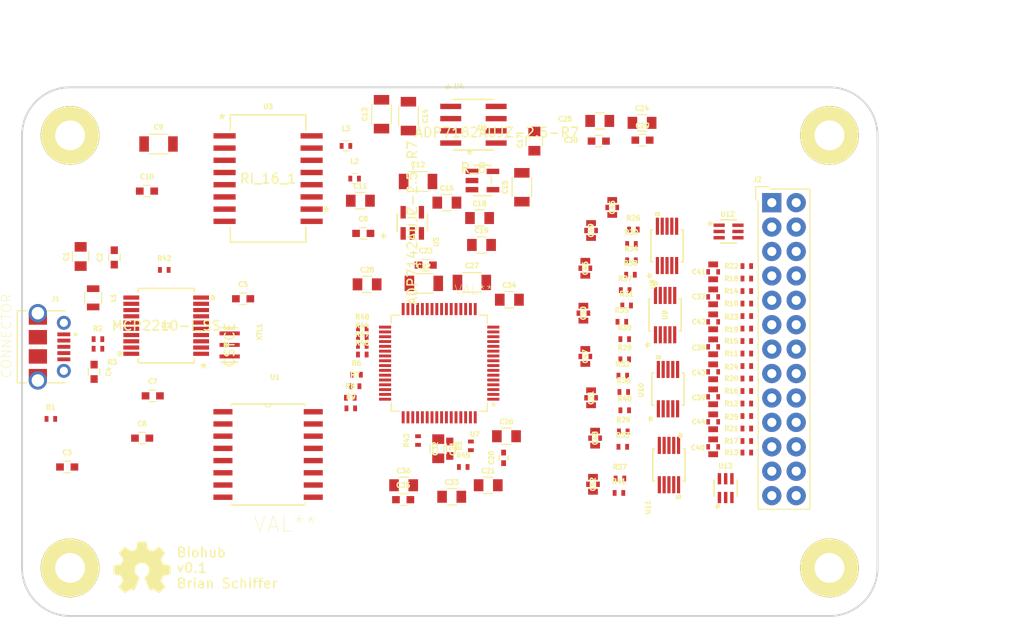
<source format=kicad_pcb>
(kicad_pcb (version 20171130) (host pcbnew "(5.0.1)-3")
  (layers (0 F.Cu signal) (1 In1.Cu signal) (2 In2.Cu power) (31 B.Cu power) (34 B.Paste user) (35 F.Paste user) (36 B.SilkS user) (37 F.SilkS user) (38 B.Mask user) (39 F.Mask user) (44 Edge.Cuts user))
  (net 0 "")
  (net 1 "Net-(J1-PadSH1)")
  (net 2 "Net-(J1-Pad4)")
  (net 3 "Net-(U2-Pad2)")
  (net 4 "Net-(C6-Pad1)")
  (net 5 GNDD)
  (net 6 GND)
  (net 7 "Net-(C11-Pad1)")
  (net 8 VBUS)
  (net 9 VCOM)
  (net 10 +3V3)
  (net 11 "Net-(U2-Pad6)")
  (net 12 "Net-(U2-Pad16)")
  (net 13 "Net-(R6-Pad2)")
  (net 14 "Net-(R7-Pad2)")
  (net 15 "Net-(R8-Pad2)")
  (net 16 -3V3)
  (net 17 "Net-(C14-Pad2)")
  (net 18 "Net-(C14-Pad1)")
  (net 19 "Net-(R2-Pad1)")
  (net 20 "Net-(R3-Pad1)")
  (net 21 -2V5)
  (net 22 +2V5)
  (net 23 /interface/1P)
  (net 24 /interface/2P)
  (net 25 /interface/3P)
  (net 26 /interface/4P)
  (net 27 /interface/5P)
  (net 28 /interface/6P)
  (net 29 /interface/7P)
  (net 30 /interface/8P)
  (net 31 /interface/1N)
  (net 32 /interface/2N)
  (net 33 /interface/3N)
  (net 34 /interface/4N)
  (net 35 /interface/5N)
  (net 36 /interface/6N)
  (net 37 /interface/7N)
  (net 38 /interface/8N)
  (net 39 "Net-(C3-Pad1)")
  (net 40 "Net-(C4-Pad1)")
  (net 41 /usb/USB_SPI_MOSI)
  (net 42 /usb/USB_SPI_MISO)
  (net 43 "Net-(U3-Pad1)")
  (net 44 "Net-(U3-Pad7)")
  (net 45 "Net-(U3-Pad10)")
  (net 46 "Net-(U3-Pad16)")
  (net 47 "Net-(U1-Pad10)")
  (net 48 "Net-(U1-Pad7)")
  (net 49 /AFE/SRB1)
  (net 50 /AFE/SRB2)
  (net 51 "Net-(C22-Pad2)")
  (net 52 "Net-(C34-Pad2)")
  (net 53 "Net-(C27-Pad2)")
  (net 54 "Net-(C28-Pad2)")
  (net 55 /AFE/MOSI)
  (net 56 "Net-(U7-Pad37)")
  (net 57 /AFE/MISO)
  (net 58 "Net-(R9-Pad2)")
  (net 59 "Net-(C31-Pad2)")
  (net 60 "Net-(C20-Pad2)")
  (net 61 "Net-(U7-Pad64)")
  (net 62 "Net-(U6-Pad4)")
  (net 63 "Net-(R41-Pad2)")
  (net 64 "Net-(R37-Pad2)")
  (net 65 "Net-(R33-Pad2)")
  (net 66 "Net-(R29-Pad2)")
  (net 67 "Net-(R40-Pad2)")
  (net 68 "Net-(R36-Pad2)")
  (net 69 "Net-(R32-Pad2)")
  (net 70 "Net-(R28-Pad2)")
  (net 71 "Net-(R39-Pad2)")
  (net 72 "Net-(R35-Pad2)")
  (net 73 "Net-(R31-Pad2)")
  (net 74 "Net-(R27-Pad2)")
  (net 75 "Net-(R38-Pad2)")
  (net 76 "Net-(R34-Pad2)")
  (net 77 "Net-(R30-Pad2)")
  (net 78 "Net-(R26-Pad2)")
  (net 79 "Net-(U13-Pad5)")
  (net 80 "Net-(U13-Pad6)")
  (net 81 "Net-(U12-Pad6)")
  (net 82 "Net-(U12-Pad5)")
  (net 83 "Net-(U12-Pad4)")
  (net 84 /AFE/BIAS)
  (net 85 "Net-(U2-Pad3)")
  (net 86 "Net-(R42-Pad1)")
  (net 87 "Net-(U2-Pad5)")
  (net 88 "Net-(U2-Pad7)")
  (net 89 "Net-(U2-Pad8)")
  (net 90 "Net-(U2-Pad10)")
  (net 91 "Net-(U2-Pad12)")
  (net 92 /usb/USB_SPI_DATA_READY)
  (net 93 "Net-(U2-Pad15)")
  (net 94 "Net-(C11-Pad2)")
  (net 95 /AFE/DRDY)
  (net 96 "Net-(R48-Pad2)")
  (net 97 "Net-(R44-Pad2)")
  (net 98 "Net-(R47-Pad2)")
  (net 99 "Net-(R46-Pad2)")
  (net 100 "Net-(R43-Pad2)")
  (net 101 "Net-(C20-Pad1)")
  (net 102 "Net-(C39-Pad1)")
  (net 103 "Net-(C39-Pad2)")
  (net 104 "Net-(C43-Pad1)")
  (net 105 "Net-(C43-Pad2)")
  (net 106 "Net-(C38-Pad1)")
  (net 107 "Net-(C38-Pad2)")
  (net 108 "Net-(C42-Pad1)")
  (net 109 "Net-(C42-Pad2)")
  (net 110 "Net-(C37-Pad1)")
  (net 111 "Net-(C37-Pad2)")
  (net 112 "Net-(C41-Pad1)")
  (net 113 "Net-(C41-Pad2)")
  (net 114 "Net-(C40-Pad1)")
  (net 115 "Net-(C40-Pad2)")
  (net 116 "Net-(C44-Pad1)")
  (net 117 "Net-(C44-Pad2)")
  (net 118 "Net-(C48-Pad3)")
  (module Capacitors_SMD:C_0603 (layer F.Cu) (at 164.5 70.6)
    (fp_text reference C30 (at -2.9 -0.1) (layer F.SilkS) (effects (font (size 0.5 0.5) (thickness 0.125))))
    (fp_text value 0.1u)
    (pad 2 smd rect (at 0.75 0) (size 0.8 0.75) (layers F.Cu F.Paste F.Mask) (net 6 GND))
    (pad 1 smd rect (at -0.75 0) (size 0.8 0.75) (layers F.Cu F.Paste F.Mask) (net 21 -2V5))
  )
  (module Inductors_SMD:L_0402 (layer F.Cu) (at 139.1 74.5)
    (fp_text reference L2 (at 0 -1.8) (layer F.SilkS) (effects (font (size 0.5 0.5) (thickness 0.125))))
    (fp_text value 2.2R/0.2A)
    (pad 1 smd rect (at -0.45 0) (size 0.4 0.6) (layers F.Cu F.Paste F.Mask) (net 7 "Net-(C11-Pad1)"))
    (pad 2 smd rect (at 0.45 0) (size 0.4 0.6) (layers F.Cu F.Paste F.Mask) (net 10 +3V3))
  )
  (module Inductors_SMD:L_0402 (layer F.Cu) (at 138.2 71.1)
    (fp_text reference L3 (at 0 -1.8) (layer F.SilkS) (effects (font (size 0.5 0.5) (thickness 0.125))))
    (fp_text value 2.2R/0.2A)
    (pad 1 smd rect (at -0.45 0) (size 0.4 0.6) (layers F.Cu F.Paste F.Mask) (net 94 "Net-(C11-Pad2)"))
    (pad 2 smd rect (at 0.45 0) (size 0.4 0.6) (layers F.Cu F.Paste F.Mask) (net 6 GND))
  )
  (module Inductors_SMD:L_0805 (layer F.Cu) (at 111.9 86.9 270)
    (fp_text reference L1 (at 0 -2.1 270) (layer F.SilkS) (effects (font (size 0.5 0.5) (thickness 0.125))))
    (fp_text value 600R/2A)
    (pad 1 smd rect (at -0.95 0 270) (size 0.7 1.3) (layers F.Cu F.Paste F.Mask) (net 8 VBUS))
    (pad 2 smd rect (at 0.95 0 270) (size 0.7 1.3) (layers F.Cu F.Paste F.Mask) (net 39 "Net-(C3-Pad1)"))
  )
  (module Capacitors_SMD:C_0402 (layer F.Cu) (at 154.6 103.55 90)
    (fp_text reference C20 (at 0 -1.27 90) (layer F.SilkS) (effects (font (size 0.5 0.5) (thickness 0.125))))
    (fp_text value 1n)
    (pad 1 smd rect (at -0.55 0 90) (size 0.6 0.5) (layers F.Cu F.Paste F.Mask) (net 101 "Net-(C20-Pad1)"))
    (pad 2 smd rect (at 0.55 0 90) (size 0.6 0.5) (layers F.Cu F.Paste F.Mask) (net 60 "Net-(C20-Pad2)"))
  )
  (module Capacitors_SMD:C_0603 (layer F.Cu) (at 118.1 97.1)
    (fp_text reference C7 (at 0 -1.5) (layer F.SilkS) (effects (font (size 0.5 0.5) (thickness 0.125))))
    (fp_text value 0.1u)
    (pad 2 smd rect (at 0.75 0) (size 0.8 0.75) (layers F.Cu F.Paste F.Mask) (net 5 GNDD))
    (pad 1 smd rect (at -0.75 0) (size 0.8 0.75) (layers F.Cu F.Paste F.Mask) (net 9 VCOM))
  )
  (module Capacitors_SMD:C_0603 (layer F.Cu) (at 146.5 83.5)
    (fp_text reference C23 (at 0 -1.5) (layer F.SilkS) (effects (font (size 0.5 0.5) (thickness 0.125))))
    (fp_text value 0.1u)
    (pad 2 smd rect (at 0.75 0) (size 0.8 0.75) (layers F.Cu F.Paste F.Mask) (net 51 "Net-(C22-Pad2)"))
    (pad 1 smd rect (at -0.75 0) (size 0.8 0.75) (layers F.Cu F.Paste F.Mask) (net 21 -2V5))
  )
  (module Capacitors_SMD:C_0603 (layer F.Cu) (at 169.05 70.5)
    (fp_text reference C29 (at 0 -1.5) (layer F.SilkS) (effects (font (size 0.5 0.5) (thickness 0.125))))
    (fp_text value 0.1u)
    (pad 2 smd rect (at 0.75 0) (size 0.8 0.75) (layers F.Cu F.Paste F.Mask) (net 22 +2V5))
    (pad 1 smd rect (at -0.75 0) (size 0.8 0.75) (layers F.Cu F.Paste F.Mask) (net 6 GND))
  )
  (module Capacitors_SMD:C_0603 (layer F.Cu) (at 149 102.6 90)
    (fp_text reference C32 (at 0 -1.5 90) (layer F.SilkS) (effects (font (size 0.5 0.5) (thickness 0.125))))
    (fp_text value 0.1u)
    (pad 2 smd rect (at 0.75 0 90) (size 0.8 0.75) (layers F.Cu F.Paste F.Mask) (net 59 "Net-(C31-Pad2)"))
    (pad 1 smd rect (at -0.75 0 90) (size 0.8 0.75) (layers F.Cu F.Paste F.Mask) (net 21 -2V5))
  )
  (module Capacitors_SMD:C_0603 (layer F.Cu) (at 144.15 107.9)
    (fp_text reference C35 (at 0 -1.5) (layer F.SilkS) (effects (font (size 0.5 0.5) (thickness 0.125))))
    (fp_text value 0.1u)
    (pad 2 smd rect (at 0.75 0) (size 0.8 0.75) (layers F.Cu F.Paste F.Mask) (net 10 +3V3))
    (pad 1 smd rect (at -0.75 0) (size 0.8 0.75) (layers F.Cu F.Paste F.Mask) (net 6 GND))
  )
  (module Capacitors_SMD:C_0603 (layer F.Cu) (at 140 80.2)
    (fp_text reference C8 (at 0 -1.5) (layer F.SilkS) (effects (font (size 0.5 0.5) (thickness 0.125))))
    (fp_text value 0.1u)
    (pad 2 smd rect (at 0.75 0) (size 0.8 0.75) (layers F.Cu F.Paste F.Mask) (net 6 GND))
    (pad 1 smd rect (at -0.75 0) (size 0.8 0.75) (layers F.Cu F.Paste F.Mask) (net 10 +3V3))
  )
  (module Capacitors_SMD:C_0603 (layer F.Cu) (at 117 101.5)
    (fp_text reference C6 (at 0 -1.5) (layer F.SilkS) (effects (font (size 0.5 0.5) (thickness 0.125))))
    (fp_text value 47p)
    (pad 2 smd rect (at 0.75 0) (size 0.8 0.75) (layers F.Cu F.Paste F.Mask) (net 5 GNDD))
    (pad 1 smd rect (at -0.75 0) (size 0.8 0.75) (layers F.Cu F.Paste F.Mask) (net 4 "Net-(C6-Pad1)"))
  )
  (module Capacitors_SMD:C_0603 (layer F.Cu) (at 127.5 87)
    (fp_text reference C5 (at 0 -1.5) (layer F.SilkS) (effects (font (size 0.5 0.5) (thickness 0.125))))
    (fp_text value 0.1u)
    (pad 2 smd rect (at 0.75 0) (size 0.8 0.75) (layers F.Cu F.Paste F.Mask) (net 5 GNDD))
    (pad 1 smd rect (at -0.75 0) (size 0.8 0.75) (layers F.Cu F.Paste F.Mask) (net 9 VCOM))
  )
  (module Capacitors_SMD:C_0603 (layer F.Cu) (at 112 94.6 270)
    (fp_text reference C4 (at 0 -1.5 270) (layer F.SilkS) (effects (font (size 0.5 0.5) (thickness 0.125))))
    (fp_text value 47p)
    (pad 2 smd rect (at 0.75 0 270) (size 0.8 0.75) (layers F.Cu F.Paste F.Mask) (net 5 GNDD))
    (pad 1 smd rect (at -0.75 0 270) (size 0.8 0.75) (layers F.Cu F.Paste F.Mask) (net 40 "Net-(C4-Pad1)"))
  )
  (module Capacitors_SMD:C_0603 (layer F.Cu) (at 109.2 104.5)
    (fp_text reference C3 (at 0 -1.5) (layer F.SilkS) (effects (font (size 0.5 0.5) (thickness 0.125))))
    (fp_text value 10nF)
    (pad 2 smd rect (at 0.75 0) (size 0.8 0.75) (layers F.Cu F.Paste F.Mask) (net 5 GNDD))
    (pad 1 smd rect (at -0.75 0) (size 0.8 0.75) (layers F.Cu F.Paste F.Mask) (net 39 "Net-(C3-Pad1)"))
  )
  (module Capacitors_SMD:C_0603 (layer F.Cu) (at 114.1 82.7 90)
    (fp_text reference C2 (at 0 -1.5 90) (layer F.SilkS) (effects (font (size 0.5 0.5) (thickness 0.125))))
    (fp_text value 0.1u)
    (pad 2 smd rect (at 0.75 0 90) (size 0.8 0.75) (layers F.Cu F.Paste F.Mask) (net 5 GNDD))
    (pad 1 smd rect (at -0.75 0 90) (size 0.8 0.75) (layers F.Cu F.Paste F.Mask) (net 8 VBUS))
  )
  (module Capacitors_SMD:C_0603 (layer F.Cu) (at 117.5 75.8)
    (fp_text reference C10 (at 0 -1.5) (layer F.SilkS) (effects (font (size 0.5 0.5) (thickness 0.125))))
    (fp_text value 0.1u)
    (pad 2 smd rect (at 0.75 0) (size 0.8 0.75) (layers F.Cu F.Paste F.Mask) (net 5 GNDD))
    (pad 1 smd rect (at -0.75 0) (size 0.8 0.75) (layers F.Cu F.Paste F.Mask) (net 8 VBUS))
  )
  (module Capacitors_SMD:C_0805 (layer F.Cu) (at 164.6 68.5)
    (fp_text reference C25 (at -3.6 -0.2) (layer F.SilkS) (effects (font (size 0.5 0.5) (thickness 0.125))))
    (fp_text value 1u)
    (pad 1 smd rect (at -1 0) (size 1 1.25) (layers F.Cu F.Paste F.Mask) (net 21 -2V5))
    (pad 2 smd rect (at 1 0) (size 1 1.25) (layers F.Cu F.Paste F.Mask) (net 6 GND))
  )
  (module Capacitors_SMD:C_0805 (layer F.Cu) (at 110.6 82.6 90)
    (fp_text reference C1 (at 0 -1.5 90) (layer F.SilkS) (effects (font (size 0.5 0.5) (thickness 0.125))))
    (fp_text value 4.7u)
    (pad 1 smd rect (at -1 0 90) (size 1 1.25) (layers F.Cu F.Paste F.Mask) (net 8 VBUS))
    (pad 2 smd rect (at 1 0 90) (size 1 1.25) (layers F.Cu F.Paste F.Mask) (net 5 GNDD))
  )
  (module Capacitors_SMD:C_0805 (layer F.Cu) (at 144.2 106.4)
    (fp_text reference C36 (at 0 -1.5) (layer F.SilkS) (effects (font (size 0.5 0.5) (thickness 0.125))))
    (fp_text value 1u)
    (pad 1 smd rect (at -1 0) (size 1 1.25) (layers F.Cu F.Paste F.Mask) (net 6 GND))
    (pad 2 smd rect (at 1 0) (size 1 1.25) (layers F.Cu F.Paste F.Mask) (net 10 +3V3))
  )
  (module Capacitors_SMD:C_0805 (layer F.Cu) (at 155.2 87.1)
    (fp_text reference C34 (at 0 -1.5) (layer F.SilkS) (effects (font (size 0.5 0.5) (thickness 0.125))))
    (fp_text value 1u)
    (pad 1 smd rect (at -1 0) (size 1 1.25) (layers F.Cu F.Paste F.Mask) (net 21 -2V5))
    (pad 2 smd rect (at 1 0) (size 1 1.25) (layers F.Cu F.Paste F.Mask) (net 52 "Net-(C34-Pad2)"))
  )
  (module Capacitors_SMD:C_0805 (layer F.Cu) (at 149.2 107.6)
    (fp_text reference C33 (at 0 -1.5) (layer F.SilkS) (effects (font (size 0.5 0.5) (thickness 0.125))))
    (fp_text value 1u)
    (pad 1 smd rect (at -1 0) (size 1 1.25) (layers F.Cu F.Paste F.Mask) (net 21 -2V5))
    (pad 2 smd rect (at 1 0) (size 1 1.25) (layers F.Cu F.Paste F.Mask) (net 22 +2V5))
  )
  (module Capacitors_SMD:C_0805 (layer F.Cu) (at 147.8 102.6 270)
    (fp_text reference C31 (at 0 -1.5 270) (layer F.SilkS) (effects (font (size 0.5 0.5) (thickness 0.125))))
    (fp_text value 1u)
    (pad 1 smd rect (at -1 0 270) (size 1 1.25) (layers F.Cu F.Paste F.Mask) (net 21 -2V5))
    (pad 2 smd rect (at 1 0 270) (size 1 1.25) (layers F.Cu F.Paste F.Mask) (net 59 "Net-(C31-Pad2)"))
  )
  (module Capacitors_SMD:C_0805 (layer F.Cu) (at 154.9 101.3)
    (fp_text reference C26 (at 0 -1.5) (layer F.SilkS) (effects (font (size 0.5 0.5) (thickness 0.125))))
    (fp_text value 1u)
    (pad 1 smd rect (at -1 0) (size 1 1.25) (layers F.Cu F.Paste F.Mask) (net 21 -2V5))
    (pad 2 smd rect (at 1 0) (size 1 1.25) (layers F.Cu F.Paste F.Mask) (net 22 +2V5))
  )
  (module Capacitors_SMD:C_0805 (layer F.Cu) (at 169 68.7)
    (fp_text reference C24 (at 0 -1.5) (layer F.SilkS) (effects (font (size 0.5 0.5) (thickness 0.125))))
    (fp_text value 1u)
    (pad 1 smd rect (at -1 0) (size 1 1.25) (layers F.Cu F.Paste F.Mask) (net 6 GND))
    (pad 2 smd rect (at 1 0) (size 1 1.25) (layers F.Cu F.Paste F.Mask) (net 22 +2V5))
  )
  (module Capacitors_SMD:C_0805 (layer F.Cu) (at 139.7 76.8)
    (fp_text reference C11 (at 0 -1.5) (layer F.SilkS) (effects (font (size 0.5 0.5) (thickness 0.125))))
    (fp_text value 0.22u)
    (pad 1 smd rect (at -1 0) (size 1 1.25) (layers F.Cu F.Paste F.Mask) (net 7 "Net-(C11-Pad1)"))
    (pad 2 smd rect (at 1 0) (size 1 1.25) (layers F.Cu F.Paste F.Mask) (net 94 "Net-(C11-Pad2)"))
  )
  (module Capacitors_SMD:C_0805 (layer F.Cu) (at 153 106.4)
    (fp_text reference C21 (at 0 -1.5) (layer F.SilkS) (effects (font (size 0.5 0.5) (thickness 0.125))))
    (fp_text value 1u)
    (pad 1 smd rect (at -1 0) (size 1 1.25) (layers F.Cu F.Paste F.Mask) (net 21 -2V5))
    (pad 2 smd rect (at 1 0) (size 1 1.25) (layers F.Cu F.Paste F.Mask) (net 22 +2V5))
  )
  (module Capacitors_SMD:C_0805 (layer F.Cu) (at 152.3 81.4)
    (fp_text reference C19 (at 0 -1.5) (layer F.SilkS) (effects (font (size 0.5 0.5) (thickness 0.125))))
    (fp_text value 2.2u)
    (pad 1 smd rect (at -1 0) (size 1 1.25) (layers F.Cu F.Paste F.Mask) (net 22 +2V5))
    (pad 2 smd rect (at 1 0) (size 1 1.25) (layers F.Cu F.Paste F.Mask) (net 6 GND))
  )
  (module Capacitors_SMD:C_0805 (layer F.Cu) (at 152.1 78.6)
    (fp_text reference C18 (at 0 -1.5) (layer F.SilkS) (effects (font (size 0.5 0.5) (thickness 0.125))))
    (fp_text value 2.2u)
    (pad 1 smd rect (at -1 0) (size 1 1.25) (layers F.Cu F.Paste F.Mask) (net 21 -2V5))
    (pad 2 smd rect (at 1 0) (size 1 1.25) (layers F.Cu F.Paste F.Mask) (net 6 GND))
  )
  (module Capacitors_SMD:C_0805 (layer F.Cu) (at 148.7 77)
    (fp_text reference C16 (at 0 -1.5) (layer F.SilkS) (effects (font (size 0.5 0.5) (thickness 0.125))))
    (fp_text value 2.2u)
    (pad 1 smd rect (at -1 0) (size 1 1.25) (layers F.Cu F.Paste F.Mask) (net 10 +3V3))
    (pad 2 smd rect (at 1 0) (size 1 1.25) (layers F.Cu F.Paste F.Mask) (net 6 GND))
  )
  (module Capacitors_SMD:C_0805 (layer F.Cu) (at 157.8 70.6 90)
    (fp_text reference C17 (at 0 -1.5 90) (layer F.SilkS) (effects (font (size 0.5 0.5) (thickness 0.125))))
    (fp_text value 2.2u)
    (pad 1 smd rect (at -1 0 90) (size 1 1.25) (layers F.Cu F.Paste F.Mask) (net 16 -3V3))
    (pad 2 smd rect (at 1 0 90) (size 1 1.25) (layers F.Cu F.Paste F.Mask) (net 6 GND))
  )
  (module Capacitors_SMD:C_0805 (layer F.Cu) (at 140.4 85.5)
    (fp_text reference C28 (at 0 -1.5) (layer F.SilkS) (effects (font (size 0.5 0.5) (thickness 0.125))))
    (fp_text value 1u)
    (pad 1 smd rect (at -1 0) (size 1 1.25) (layers F.Cu F.Paste F.Mask) (net 21 -2V5))
    (pad 2 smd rect (at 1 0) (size 1 1.25) (layers F.Cu F.Paste F.Mask) (net 54 "Net-(C28-Pad2)"))
  )
  (module Capacitors_SMD:C_1206 (layer F.Cu) (at 146.3 85.4)
    (fp_text reference C22 (at 0 -1.75) (layer F.SilkS) (effects (font (size 0.5 0.5) (thickness 0.125))))
    (fp_text value 10u)
    (pad 1 smd rect (at -1.5 0) (size 1 1.6) (layers F.Cu F.Paste F.Mask) (net 21 -2V5))
    (pad 2 smd rect (at 1.5 0) (size 1 1.6) (layers F.Cu F.Paste F.Mask) (net 51 "Net-(C22-Pad2)"))
  )
  (module Capacitors_SMD:C_1206 (layer F.Cu) (at 118.7 70.9)
    (fp_text reference C9 (at 0 -1.75) (layer F.SilkS) (effects (font (size 0.5 0.5) (thickness 0.125))))
    (fp_text value 10u)
    (pad 1 smd rect (at -1.5 0) (size 1 1.6) (layers F.Cu F.Paste F.Mask) (net 8 VBUS))
    (pad 2 smd rect (at 1.5 0) (size 1 1.6) (layers F.Cu F.Paste F.Mask) (net 5 GNDD))
  )
  (module Capacitors_SMD:C_1206 (layer F.Cu) (at 141.9 67.8 90)
    (fp_text reference C13 (at 0 -1.75 90) (layer F.SilkS) (effects (font (size 0.5 0.5) (thickness 0.125))))
    (fp_text value 10u)
    (pad 1 smd rect (at -1.5 0 90) (size 1 1.6) (layers F.Cu F.Paste F.Mask) (net 10 +3V3))
    (pad 2 smd rect (at 1.5 0 90) (size 1 1.6) (layers F.Cu F.Paste F.Mask) (net 6 GND))
  )
  (module Capacitors_SMD:C_1206 (layer F.Cu) (at 144.7 68 270)
    (fp_text reference C14 (at 0 -1.75 270) (layer F.SilkS) (effects (font (size 0.5 0.5) (thickness 0.125))))
    (fp_text value 10u)
    (pad 1 smd rect (at -1.5 0 270) (size 1 1.6) (layers F.Cu F.Paste F.Mask) (net 18 "Net-(C14-Pad1)"))
    (pad 2 smd rect (at 1.5 0 270) (size 1 1.6) (layers F.Cu F.Paste F.Mask) (net 17 "Net-(C14-Pad2)"))
  )
  (module Capacitors_SMD:C_1206 (layer F.Cu) (at 151.3 85.3)
    (fp_text reference C27 (at 0 -1.75) (layer F.SilkS) (effects (font (size 0.5 0.5) (thickness 0.125))))
    (fp_text value 100u)
    (pad 1 smd rect (at -1.5 0) (size 1 1.6) (layers F.Cu F.Paste F.Mask) (net 21 -2V5))
    (pad 2 smd rect (at 1.5 0) (size 1 1.6) (layers F.Cu F.Paste F.Mask) (net 53 "Net-(C27-Pad2)"))
  )
  (module Capacitors_SMD:C_1206 (layer F.Cu) (at 156.5 75.4 90)
    (fp_text reference C15 (at 0 -1.75 90) (layer F.SilkS) (effects (font (size 0.5 0.5) (thickness 0.125))))
    (fp_text value 10u)
    (pad 1 smd rect (at -1.5 0 90) (size 1 1.6) (layers F.Cu F.Paste F.Mask) (net 16 -3V3))
    (pad 2 smd rect (at 1.5 0 90) (size 1 1.6) (layers F.Cu F.Paste F.Mask) (net 6 GND))
  )
  (module Capacitors_SMD:C_1206 (layer F.Cu) (at 145.7 74.8)
    (fp_text reference C12 (at 0 -1.75) (layer F.SilkS) (effects (font (size 0.5 0.5) (thickness 0.125))))
    (fp_text value 10u)
    (pad 1 smd rect (at -1.5 0) (size 1 1.6) (layers F.Cu F.Paste F.Mask) (net 10 +3V3))
    (pad 2 smd rect (at 1.5 0) (size 1 1.6) (layers F.Cu F.Paste F.Mask) (net 6 GND))
  )
  (module Resistors_SMD:R_0402_NoSilk (layer F.Cu) (at 167.2 93.3)
    (fp_text reference R28 (at 0 -1.2) (layer F.SilkS) (effects (font (size 0.5 0.5) (thickness 0.125))))
    (fp_text value "10k 0.1%")
    (pad 1 smd rect (at -0.45 0) (size 0.4 0.6) (layers F.Cu F.Paste F.Mask) (net 27 /interface/5P))
    (pad 2 smd rect (at 0.45 0) (size 0.4 0.6) (layers F.Cu F.Paste F.Mask) (net 70 "Net-(R28-Pad2)"))
  )
  (module Resistors_SMD:R_0402_NoSilk (layer F.Cu) (at 179.9 87.5)
    (fp_text reference R10 (at -1.6 0) (layer F.SilkS) (effects (font (size 0.5 0.5) (thickness 0.125))))
    (fp_text value "4.02k 0.1%")
    (pad 1 smd rect (at -0.45 0) (size 0.4 0.6) (layers F.Cu F.Paste F.Mask) (net 110 "Net-(C37-Pad1)"))
    (pad 2 smd rect (at 0.45 0) (size 0.4 0.6) (layers F.Cu F.Paste F.Mask) (net 32 /interface/2N))
  )
  (module Resistors_SMD:R_0402_NoSilk (layer F.Cu) (at 138.7 98.4)
    (fp_text reference R9 (at 0 -1.2) (layer F.SilkS) (effects (font (size 0.5 0.5) (thickness 0.125))))
    (fp_text value 10k)
    (pad 1 smd rect (at -0.45 0) (size 0.4 0.6) (layers F.Cu F.Paste F.Mask) (net 6 GND))
    (pad 2 smd rect (at 0.45 0) (size 0.4 0.6) (layers F.Cu F.Paste F.Mask) (net 58 "Net-(R9-Pad2)"))
  )
  (module Resistors_SMD:R_0402_NoSilk (layer F.Cu) (at 138.65 97.3)
    (fp_text reference R8 (at 0 -1.2) (layer F.SilkS) (effects (font (size 0.5 0.5) (thickness 0.125))))
    (fp_text value 10k)
    (pad 1 smd rect (at -0.45 0) (size 0.4 0.6) (layers F.Cu F.Paste F.Mask) (net 6 GND))
    (pad 2 smd rect (at 0.45 0) (size 0.4 0.6) (layers F.Cu F.Paste F.Mask) (net 15 "Net-(R8-Pad2)"))
  )
  (module Resistors_SMD:R_0402_NoSilk (layer F.Cu) (at 139.3 94.9)
    (fp_text reference R6 (at 0 -1.2) (layer F.SilkS) (effects (font (size 0.5 0.5) (thickness 0.125))))
    (fp_text value 10k)
    (pad 1 smd rect (at -0.45 0) (size 0.4 0.6) (layers F.Cu F.Paste F.Mask) (net 6 GND))
    (pad 2 smd rect (at 0.45 0) (size 0.4 0.6) (layers F.Cu F.Paste F.Mask) (net 13 "Net-(R6-Pad2)"))
  )
  (module Resistors_SMD:R_0402_NoSilk (layer F.Cu) (at 151.2 102.3 90)
    (fp_text reference R5 (at 0 -1.2 90) (layer F.SilkS) (effects (font (size 0.5 0.5) (thickness 0.125))))
    (fp_text value 1M)
    (pad 1 smd rect (at -0.45 0 90) (size 0.4 0.6) (layers F.Cu F.Paste F.Mask) (net 101 "Net-(C20-Pad1)"))
    (pad 2 smd rect (at 0.45 0 90) (size 0.4 0.6) (layers F.Cu F.Paste F.Mask) (net 60 "Net-(C20-Pad2)"))
  )
  (module Resistors_SMD:R_0402_NoSilk (layer F.Cu) (at 112.4 91.2 180)
    (fp_text reference R2 (at 0 1.1 180) (layer F.SilkS) (effects (font (size 0.5 0.5) (thickness 0.125))))
    (fp_text value 27)
    (pad 1 smd rect (at -0.45 0 180) (size 0.4 0.6) (layers F.Cu F.Paste F.Mask) (net 19 "Net-(R2-Pad1)"))
    (pad 2 smd rect (at 0.45 0 180) (size 0.4 0.6) (layers F.Cu F.Paste F.Mask) (net 4 "Net-(C6-Pad1)"))
  )
  (module Resistors_SMD:R_0402_NoSilk (layer F.Cu) (at 107.5 99.5)
    (fp_text reference R1 (at 0 -1.2) (layer F.SilkS) (effects (font (size 0.5 0.5) (thickness 0.125))))
    (fp_text value 10k)
    (pad 1 smd rect (at -0.45 0) (size 0.4 0.6) (layers F.Cu F.Paste F.Mask) (net 1 "Net-(J1-PadSH1)"))
    (pad 2 smd rect (at 0.45 0) (size 0.4 0.6) (layers F.Cu F.Paste F.Mask) (net 5 GNDD))
  )
  (module Resistors_SMD:R_0402_NoSilk (layer F.Cu) (at 179.9 97.9)
    (fp_text reference R12 (at -1.6 0) (layer F.SilkS) (effects (font (size 0.5 0.5) (thickness 0.125))))
    (fp_text value "4.02k 0.1%")
    (pad 1 smd rect (at -0.45 0) (size 0.4 0.6) (layers F.Cu F.Paste F.Mask) (net 102 "Net-(C39-Pad1)"))
    (pad 2 smd rect (at 0.45 0) (size 0.4 0.6) (layers F.Cu F.Paste F.Mask) (net 36 /interface/6N))
  )
  (module Resistors_SMD:R_0402_NoSilk (layer F.Cu) (at 179.9 92.7)
    (fp_text reference R11 (at -1.6 0) (layer F.SilkS) (effects (font (size 0.5 0.5) (thickness 0.125))))
    (fp_text value "4.02k 0.1%")
    (pad 1 smd rect (at -0.45 0) (size 0.4 0.6) (layers F.Cu F.Paste F.Mask) (net 106 "Net-(C38-Pad1)"))
    (pad 2 smd rect (at 0.45 0) (size 0.4 0.6) (layers F.Cu F.Paste F.Mask) (net 34 /interface/4N))
  )
  (module Resistors_SMD:R_0402_NoSilk (layer F.Cu) (at 167.25 86.1)
    (fp_text reference R27 (at 0 -1.2) (layer F.SilkS) (effects (font (size 0.5 0.5) (thickness 0.125))))
    (fp_text value "10k 0.1%")
    (pad 1 smd rect (at -0.45 0) (size 0.4 0.6) (layers F.Cu F.Paste F.Mask) (net 25 /interface/3P))
    (pad 2 smd rect (at 0.45 0) (size 0.4 0.6) (layers F.Cu F.Paste F.Mask) (net 74 "Net-(R27-Pad2)"))
  )
  (module Resistors_SMD:R_0402_NoSilk (layer F.Cu) (at 167.05 100.8)
    (fp_text reference R29 (at 0 -1.2) (layer F.SilkS) (effects (font (size 0.5 0.5) (thickness 0.125))))
    (fp_text value "10k 0.1%")
    (pad 1 smd rect (at -0.45 0) (size 0.4 0.6) (layers F.Cu F.Paste F.Mask) (net 29 /interface/7P))
    (pad 2 smd rect (at 0.45 0) (size 0.4 0.6) (layers F.Cu F.Paste F.Mask) (net 66 "Net-(R29-Pad2)"))
  )
  (module Resistors_SMD:R_0402_NoSilk (layer F.Cu) (at 167.9 81.3)
    (fp_text reference R30 (at 0 -1.2) (layer F.SilkS) (effects (font (size 0.5 0.5) (thickness 0.125))))
    (fp_text value "10k 0.1%")
    (pad 1 smd rect (at -0.45 0) (size 0.4 0.6) (layers F.Cu F.Paste F.Mask) (net 31 /interface/1N))
    (pad 2 smd rect (at 0.45 0) (size 0.4 0.6) (layers F.Cu F.Paste F.Mask) (net 77 "Net-(R30-Pad2)"))
  )
  (module Resistors_SMD:R_0402_NoSilk (layer F.Cu) (at 167.4 87.7)
    (fp_text reference R31 (at 0 -1.2) (layer F.SilkS) (effects (font (size 0.5 0.5) (thickness 0.125))))
    (fp_text value "10k 0.1%")
    (pad 1 smd rect (at -0.45 0) (size 0.4 0.6) (layers F.Cu F.Paste F.Mask) (net 33 /interface/3N))
    (pad 2 smd rect (at 0.45 0) (size 0.4 0.6) (layers F.Cu F.Paste F.Mask) (net 73 "Net-(R31-Pad2)"))
  )
  (module Resistors_SMD:R_0402_NoSilk (layer F.Cu) (at 167 95)
    (fp_text reference R32 (at 0 -1.2) (layer F.SilkS) (effects (font (size 0.5 0.5) (thickness 0.125))))
    (fp_text value "10k 0.1%")
    (pad 1 smd rect (at -0.45 0) (size 0.4 0.6) (layers F.Cu F.Paste F.Mask) (net 35 /interface/5N))
    (pad 2 smd rect (at 0.45 0) (size 0.4 0.6) (layers F.Cu F.Paste F.Mask) (net 69 "Net-(R32-Pad2)"))
  )
  (module Resistors_SMD:R_0402_NoSilk (layer F.Cu) (at 167 102.4)
    (fp_text reference R33 (at 0 -1.2) (layer F.SilkS) (effects (font (size 0.5 0.5) (thickness 0.125))))
    (fp_text value "10k 0.1%")
    (pad 1 smd rect (at -0.45 0) (size 0.4 0.6) (layers F.Cu F.Paste F.Mask) (net 37 /interface/7N))
    (pad 2 smd rect (at 0.45 0) (size 0.4 0.6) (layers F.Cu F.Paste F.Mask) (net 65 "Net-(R33-Pad2)"))
  )
  (module Resistors_SMD:R_0402_NoSilk (layer F.Cu) (at 166.9 89.4)
    (fp_text reference R35 (at 0 -1.2) (layer F.SilkS) (effects (font (size 0.5 0.5) (thickness 0.125))))
    (fp_text value "10k 0.1%")
    (pad 1 smd rect (at -0.45 0) (size 0.4 0.6) (layers F.Cu F.Paste F.Mask) (net 26 /interface/4P))
    (pad 2 smd rect (at 0.45 0) (size 0.4 0.6) (layers F.Cu F.Paste F.Mask) (net 72 "Net-(R35-Pad2)"))
  )
  (module Resistors_SMD:R_0402_NoSilk (layer F.Cu) (at 167.1 96.7)
    (fp_text reference R36 (at 0 -1.2) (layer F.SilkS) (effects (font (size 0.5 0.5) (thickness 0.125))))
    (fp_text value "10k 0.1%")
    (pad 1 smd rect (at -0.45 0) (size 0.4 0.6) (layers F.Cu F.Paste F.Mask) (net 28 /interface/6P))
    (pad 2 smd rect (at 0.45 0) (size 0.4 0.6) (layers F.Cu F.Paste F.Mask) (net 68 "Net-(R36-Pad2)"))
  )
  (module Resistors_SMD:R_0402_NoSilk (layer F.Cu) (at 168.1 79.8)
    (fp_text reference R26 (at 0 -1.2) (layer F.SilkS) (effects (font (size 0.5 0.5) (thickness 0.125))))
    (fp_text value "10k 0.1%")
    (pad 1 smd rect (at -0.45 0) (size 0.4 0.6) (layers F.Cu F.Paste F.Mask) (net 23 /interface/1P))
    (pad 2 smd rect (at 0.45 0) (size 0.4 0.6) (layers F.Cu F.Paste F.Mask) (net 78 "Net-(R26-Pad2)"))
  )
  (module Resistors_SMD:R_0402_NoSilk (layer F.Cu) (at 167.8 84.5)
    (fp_text reference R38 (at 0 -1.2) (layer F.SilkS) (effects (font (size 0.5 0.5) (thickness 0.125))))
    (fp_text value "10k 0.1%")
    (pad 1 smd rect (at -0.45 0) (size 0.4 0.6) (layers F.Cu F.Paste F.Mask) (net 32 /interface/2N))
    (pad 2 smd rect (at 0.45 0) (size 0.4 0.6) (layers F.Cu F.Paste F.Mask) (net 75 "Net-(R38-Pad2)"))
  )
  (module Resistors_SMD:R_0402_NoSilk (layer F.Cu) (at 167.9 83)
    (fp_text reference R34 (at 0 -1.2) (layer F.SilkS) (effects (font (size 0.5 0.5) (thickness 0.125))))
    (fp_text value "10k 0.1%")
    (pad 1 smd rect (at -0.45 0) (size 0.4 0.6) (layers F.Cu F.Paste F.Mask) (net 24 /interface/2P))
    (pad 2 smd rect (at 0.45 0) (size 0.4 0.6) (layers F.Cu F.Paste F.Mask) (net 76 "Net-(R34-Pad2)"))
  )
  (module Resistors_SMD:R_0402_NoSilk (layer F.Cu) (at 167.2 91.2)
    (fp_text reference R39 (at 0 -1.2) (layer F.SilkS) (effects (font (size 0.5 0.5) (thickness 0.125))))
    (fp_text value "10k 0.1%")
    (pad 1 smd rect (at -0.45 0) (size 0.4 0.6) (layers F.Cu F.Paste F.Mask) (net 34 /interface/4N))
    (pad 2 smd rect (at 0.45 0) (size 0.4 0.6) (layers F.Cu F.Paste F.Mask) (net 71 "Net-(R39-Pad2)"))
  )
  (module Resistors_SMD:R_0402_NoSilk (layer F.Cu) (at 166.6 107.2)
    (fp_text reference R41 (at 0 -1.2) (layer F.SilkS) (effects (font (size 0.5 0.5) (thickness 0.125))))
    (fp_text value "10k 0.1%")
    (pad 1 smd rect (at -0.45 0) (size 0.4 0.6) (layers F.Cu F.Paste F.Mask) (net 38 /interface/8N))
    (pad 2 smd rect (at 0.45 0) (size 0.4 0.6) (layers F.Cu F.Paste F.Mask) (net 63 "Net-(R41-Pad2)"))
  )
  (module Resistors_SMD:R_0402_NoSilk (layer F.Cu) (at 139.15 96.1)
    (fp_text reference R7 (at 0 -1.2) (layer F.SilkS) (effects (font (size 0.5 0.5) (thickness 0.125))))
    (fp_text value 10k)
    (pad 1 smd rect (at -0.45 0) (size 0.4 0.6) (layers F.Cu F.Paste F.Mask) (net 6 GND))
    (pad 2 smd rect (at 0.45 0) (size 0.4 0.6) (layers F.Cu F.Paste F.Mask) (net 14 "Net-(R7-Pad2)"))
  )
  (module Resistors_SMD:R_0402_NoSilk (layer F.Cu) (at 179.9 99.2)
    (fp_text reference R25 (at -1.6 0.1) (layer F.SilkS) (effects (font (size 0.5 0.5) (thickness 0.125))))
    (fp_text value "4.02k 0.1%")
    (pad 1 smd rect (at -0.45 0) (size 0.4 0.6) (layers F.Cu F.Paste F.Mask) (net 117 "Net-(C44-Pad2)"))
    (pad 2 smd rect (at 0.45 0) (size 0.4 0.6) (layers F.Cu F.Paste F.Mask) (net 29 /interface/7P))
  )
  (module Resistors_SMD:R_0402_NoSilk (layer F.Cu) (at 119.3 84)
    (fp_text reference R42 (at 0 -1.2) (layer F.SilkS) (effects (font (size 0.5 0.5) (thickness 0.125))))
    (fp_text value 10k)
    (pad 1 smd rect (at -0.45 0) (size 0.4 0.6) (layers F.Cu F.Paste F.Mask) (net 86 "Net-(R42-Pad1)"))
    (pad 2 smd rect (at 0.45 0) (size 0.4 0.6) (layers F.Cu F.Paste F.Mask) (net 9 VCOM))
  )
  (module Resistors_SMD:R_0402_NoSilk (layer F.Cu) (at 145.7 101.75 90)
    (fp_text reference R43 (at 0 -1.2 90) (layer F.SilkS) (effects (font (size 0.5 0.5) (thickness 0.125))))
    (fp_text value 10k)
    (pad 1 smd rect (at -0.45 0 90) (size 0.4 0.6) (layers F.Cu F.Paste F.Mask) (net 10 +3V3))
    (pad 2 smd rect (at 0.45 0 90) (size 0.4 0.6) (layers F.Cu F.Paste F.Mask) (net 100 "Net-(R43-Pad2)"))
  )
  (module Resistors_SMD:R_0402_NoSilk (layer F.Cu) (at 139.9 91)
    (fp_text reference R44 (at 0 -1.2) (layer F.SilkS) (effects (font (size 0.5 0.5) (thickness 0.125))))
    (fp_text value 10k)
    (pad 1 smd rect (at -0.45 0) (size 0.4 0.6) (layers F.Cu F.Paste F.Mask) (net 10 +3V3))
    (pad 2 smd rect (at 0.45 0) (size 0.4 0.6) (layers F.Cu F.Paste F.Mask) (net 97 "Net-(R44-Pad2)"))
  )
  (module Resistors_SMD:R_0402_NoSilk (layer F.Cu) (at 150.4 104.5)
    (fp_text reference R45 (at 0 -1.2) (layer F.SilkS) (effects (font (size 0.5 0.5) (thickness 0.125))))
    (fp_text value 1M)
    (pad 1 smd rect (at -0.45 0) (size 0.4 0.6) (layers F.Cu F.Paste F.Mask) (net 84 /AFE/BIAS))
    (pad 2 smd rect (at 0.45 0) (size 0.4 0.6) (layers F.Cu F.Paste F.Mask) (net 101 "Net-(C20-Pad1)"))
  )
  (module Resistors_SMD:R_0402_NoSilk (layer F.Cu) (at 139.9 92.8)
    (fp_text reference R46 (at 0 -1.2) (layer F.SilkS) (effects (font (size 0.5 0.5) (thickness 0.125))))
    (fp_text value 10k)
    (pad 1 smd rect (at -0.45 0) (size 0.4 0.6) (layers F.Cu F.Paste F.Mask) (net 6 GND))
    (pad 2 smd rect (at 0.45 0) (size 0.4 0.6) (layers F.Cu F.Paste F.Mask) (net 99 "Net-(R46-Pad2)"))
  )
  (module Resistors_SMD:R_0402_NoSilk (layer F.Cu) (at 139.9 91.9)
    (fp_text reference R47 (at 0 -1.2) (layer F.SilkS) (effects (font (size 0.5 0.5) (thickness 0.125))))
    (fp_text value 10k)
    (pad 1 smd rect (at -0.45 0) (size 0.4 0.6) (layers F.Cu F.Paste F.Mask) (net 6 GND))
    (pad 2 smd rect (at 0.45 0) (size 0.4 0.6) (layers F.Cu F.Paste F.Mask) (net 98 "Net-(R47-Pad2)"))
  )
  (module Resistors_SMD:R_0402_NoSilk (layer F.Cu) (at 139.9 90.1)
    (fp_text reference R48 (at 0 -1.2) (layer F.SilkS) (effects (font (size 0.5 0.5) (thickness 0.125))))
    (fp_text value 10k)
    (pad 1 smd rect (at -0.45 0) (size 0.4 0.6) (layers F.Cu F.Paste F.Mask) (net 10 +3V3))
    (pad 2 smd rect (at 0.45 0) (size 0.4 0.6) (layers F.Cu F.Paste F.Mask) (net 96 "Net-(R48-Pad2)"))
  )
  (module Resistors_SMD:R_0402_NoSilk (layer F.Cu) (at 166.7 105.7)
    (fp_text reference R37 (at 0 -1.2) (layer F.SilkS) (effects (font (size 0.5 0.5) (thickness 0.125))))
    (fp_text value "10k 0.1%")
    (pad 1 smd rect (at -0.45 0) (size 0.4 0.6) (layers F.Cu F.Paste F.Mask) (net 30 /interface/8P))
    (pad 2 smd rect (at 0.45 0) (size 0.4 0.6) (layers F.Cu F.Paste F.Mask) (net 64 "Net-(R37-Pad2)"))
  )
  (module Resistors_SMD:R_0402_NoSilk (layer F.Cu) (at 179.9 88.8)
    (fp_text reference R23 (at -1.6 0.1) (layer F.SilkS) (effects (font (size 0.5 0.5) (thickness 0.125))))
    (fp_text value "4.02k 0.1%")
    (pad 1 smd rect (at -0.45 0) (size 0.4 0.6) (layers F.Cu F.Paste F.Mask) (net 109 "Net-(C42-Pad2)"))
    (pad 2 smd rect (at 0.45 0) (size 0.4 0.6) (layers F.Cu F.Paste F.Mask) (net 25 /interface/3P))
  )
  (module Resistors_SMD:R_0402_NoSilk (layer F.Cu) (at 179.9 94)
    (fp_text reference R24 (at -1.6 0.1) (layer F.SilkS) (effects (font (size 0.5 0.5) (thickness 0.125))))
    (fp_text value "4.02k 0.1%")
    (pad 1 smd rect (at -0.45 0) (size 0.4 0.6) (layers F.Cu F.Paste F.Mask) (net 105 "Net-(C43-Pad2)"))
    (pad 2 smd rect (at 0.45 0) (size 0.4 0.6) (layers F.Cu F.Paste F.Mask) (net 27 /interface/5P))
  )
  (module Resistors_SMD:R_0402_NoSilk (layer F.Cu) (at 179.9 100.5)
    (fp_text reference R21 (at -1.6 0) (layer F.SilkS) (effects (font (size 0.5 0.5) (thickness 0.125))))
    (fp_text value "4.02k 0.1%")
    (pad 1 smd rect (at -0.45 0) (size 0.4 0.6) (layers F.Cu F.Paste F.Mask) (net 116 "Net-(C44-Pad1)"))
    (pad 2 smd rect (at 0.45 0) (size 0.4 0.6) (layers F.Cu F.Paste F.Mask) (net 37 /interface/7N))
  )
  (module Resistors_SMD:R_0402_NoSilk (layer F.Cu) (at 179.9 95.3)
    (fp_text reference R20 (at -1.6 0) (layer F.SilkS) (effects (font (size 0.5 0.5) (thickness 0.125))))
    (fp_text value "4.02k 0.1%")
    (pad 1 smd rect (at -0.45 0) (size 0.4 0.6) (layers F.Cu F.Paste F.Mask) (net 104 "Net-(C43-Pad1)"))
    (pad 2 smd rect (at 0.45 0) (size 0.4 0.6) (layers F.Cu F.Paste F.Mask) (net 35 /interface/5N))
  )
  (module Resistors_SMD:R_0402_NoSilk (layer F.Cu) (at 179.9 90.1)
    (fp_text reference R19 (at -1.6 0.1) (layer F.SilkS) (effects (font (size 0.5 0.5) (thickness 0.125))))
    (fp_text value "4.02k 0.1%")
    (pad 1 smd rect (at -0.45 0) (size 0.4 0.6) (layers F.Cu F.Paste F.Mask) (net 108 "Net-(C42-Pad1)"))
    (pad 2 smd rect (at 0.45 0) (size 0.4 0.6) (layers F.Cu F.Paste F.Mask) (net 33 /interface/3N))
  )
  (module Resistors_SMD:R_0402_NoSilk (layer F.Cu) (at 179.9 84.9)
    (fp_text reference R18 (at -1.6 0) (layer F.SilkS) (effects (font (size 0.5 0.5) (thickness 0.125))))
    (fp_text value "4.02k 0.1%")
    (pad 1 smd rect (at -0.45 0) (size 0.4 0.6) (layers F.Cu F.Paste F.Mask) (net 112 "Net-(C41-Pad1)"))
    (pad 2 smd rect (at 0.45 0) (size 0.4 0.6) (layers F.Cu F.Paste F.Mask) (net 31 /interface/1N))
  )
  (module Resistors_SMD:R_0402_NoSilk (layer F.Cu) (at 179.9 101.8)
    (fp_text reference R17 (at -1.6 0) (layer F.SilkS) (effects (font (size 0.5 0.5) (thickness 0.125))))
    (fp_text value "4.02k 0.1%")
    (pad 1 smd rect (at -0.45 0) (size 0.4 0.6) (layers F.Cu F.Paste F.Mask) (net 115 "Net-(C40-Pad2)"))
    (pad 2 smd rect (at 0.45 0) (size 0.4 0.6) (layers F.Cu F.Paste F.Mask) (net 30 /interface/8P))
  )
  (module Resistors_SMD:R_0402_NoSilk (layer F.Cu) (at 179.9 96.6)
    (fp_text reference R16 (at -1.6 0) (layer F.SilkS) (effects (font (size 0.5 0.5) (thickness 0.125))))
    (fp_text value "4.02k 0.1%")
    (pad 1 smd rect (at -0.45 0) (size 0.4 0.6) (layers F.Cu F.Paste F.Mask) (net 103 "Net-(C39-Pad2)"))
    (pad 2 smd rect (at 0.45 0) (size 0.4 0.6) (layers F.Cu F.Paste F.Mask) (net 28 /interface/6P))
  )
  (module Resistors_SMD:R_0402_NoSilk (layer F.Cu) (at 179.9 86.2)
    (fp_text reference R14 (at -1.6 0) (layer F.SilkS) (effects (font (size 0.5 0.5) (thickness 0.125))))
    (fp_text value "4.02k 0.1%")
    (pad 1 smd rect (at -0.45 0) (size 0.4 0.6) (layers F.Cu F.Paste F.Mask) (net 111 "Net-(C37-Pad2)"))
    (pad 2 smd rect (at 0.45 0) (size 0.4 0.6) (layers F.Cu F.Paste F.Mask) (net 24 /interface/2P))
  )
  (module Resistors_SMD:R_0402_NoSilk (layer F.Cu) (at 112.4 92.2 180)
    (fp_text reference R3 (at -1.5 -1.4 180) (layer F.SilkS) (effects (font (size 0.5 0.5) (thickness 0.125))))
    (fp_text value 27)
    (pad 1 smd rect (at -0.45 0 180) (size 0.4 0.6) (layers F.Cu F.Paste F.Mask) (net 20 "Net-(R3-Pad1)"))
    (pad 2 smd rect (at 0.45 0 180) (size 0.4 0.6) (layers F.Cu F.Paste F.Mask) (net 40 "Net-(C4-Pad1)"))
  )
  (module Resistors_SMD:R_0402_NoSilk (layer F.Cu) (at 179.9 83.6)
    (fp_text reference R22 (at -1.6 0) (layer F.SilkS) (effects (font (size 0.5 0.5) (thickness 0.125))))
    (fp_text value "4.02k 0.1%")
    (pad 1 smd rect (at -0.45 0) (size 0.4 0.6) (layers F.Cu F.Paste F.Mask) (net 113 "Net-(C41-Pad2)"))
    (pad 2 smd rect (at 0.45 0) (size 0.4 0.6) (layers F.Cu F.Paste F.Mask) (net 23 /interface/1P))
  )
  (module Resistors_SMD:R_0402_NoSilk (layer F.Cu) (at 179.9 103)
    (fp_text reference R13 (at -1.6 0) (layer F.SilkS) (effects (font (size 0.5 0.5) (thickness 0.125))))
    (fp_text value "4.02k 0.1%")
    (pad 1 smd rect (at -0.45 0) (size 0.4 0.6) (layers F.Cu F.Paste F.Mask) (net 114 "Net-(C40-Pad1)"))
    (pad 2 smd rect (at 0.45 0) (size 0.4 0.6) (layers F.Cu F.Paste F.Mask) (net 38 /interface/8N))
  )
  (module Resistors_SMD:R_0402_NoSilk (layer F.Cu) (at 179.9 91.4)
    (fp_text reference R15 (at -1.6 0) (layer F.SilkS) (effects (font (size 0.5 0.5) (thickness 0.125))))
    (fp_text value "4.02k 0.1%")
    (pad 1 smd rect (at -0.45 0) (size 0.4 0.6) (layers F.Cu F.Paste F.Mask) (net 107 "Net-(C38-Pad2)"))
    (pad 2 smd rect (at 0.45 0) (size 0.4 0.6) (layers F.Cu F.Paste F.Mask) (net 26 /interface/4P))
  )
  (module Resistors_SMD:R_0402_NoSilk (layer F.Cu) (at 167.2 98.6)
    (fp_text reference R40 (at 0 -1.2) (layer F.SilkS) (effects (font (size 0.5 0.5) (thickness 0.125))))
    (fp_text value "10k 0.1%")
    (pad 1 smd rect (at -0.45 0) (size 0.4 0.6) (layers F.Cu F.Paste F.Mask) (net 36 /interface/6N))
    (pad 2 smd rect (at 0.45 0) (size 0.4 0.6) (layers F.Cu F.Paste F.Mask) (net 67 "Net-(R40-Pad2)"))
  )
  (module biohub:ADM8660ARZ (layer F.Cu) (at 151.4622 68.895)
    (fp_text reference U4 (at -1.5 -4) (layer F.SilkS) (effects (font (size 0.5 0.5) (thickness 0.125))))
    (fp_text value R_8 (at 0 4.5) (layer F.SilkS))
    (fp_text user * (at -2.6162 -3.6068) (layer F.SilkS))
    (pad 8 smd rect (at 2.3622 -1.905) (size 2.1844 0.5588) (layers F.Cu F.Paste F.Mask) (net 10 +3V3))
    (pad 7 smd rect (at 2.3622 -0.635) (size 2.1844 0.5588) (layers F.Cu F.Paste F.Mask) (net 6 GND))
    (pad 6 smd rect (at 2.3622 0.635) (size 2.1844 0.5588) (layers F.Cu F.Paste F.Mask) (net 6 GND))
    (pad 5 smd rect (at 2.3622 1.905) (size 2.1844 0.5588) (layers F.Cu F.Paste F.Mask) (net 16 -3V3))
    (pad 4 smd rect (at -2.3622 1.905) (size 2.1844 0.5588) (layers F.Cu F.Paste F.Mask) (net 17 "Net-(C14-Pad2)"))
    (pad 3 smd rect (at -2.3622 0.635) (size 2.1844 0.5588) (layers F.Cu F.Paste F.Mask) (net 6 GND))
    (pad 2 smd rect (at -2.3622 -0.635) (size 2.1844 0.5588) (layers F.Cu F.Paste F.Mask) (net 18 "Net-(C14-Pad1)"))
    (pad 1 smd rect (at -2.3622 -1.905) (size 2.1844 0.5588) (layers F.Cu F.Paste F.Mask) (net 6 GND))
  )
  (module biohub:160X14X224MV4T (layer F.Cu) (at 163.7 97.3 90)
    (fp_text reference C51 (at 0 0 90) (layer F.SilkS) (effects (font (size 0.5 0.5) (thickness 0.125))))
    (fp_text value "X2Y 0.22u")
    (pad 4 smd rect (at 0 0.5207 90) (size 0.5588 0.381) (layers F.Cu F.Paste F.Mask) (net 6 GND))
    (pad 3 smd rect (at 0 -0.5207 90) (size 0.5588 0.381) (layers F.Cu F.Paste F.Mask) (net 6 GND))
    (pad 2 smd rect (at 0.7747 0 90) (size 0.6096 1.016) (layers F.Cu F.Paste F.Mask) (net 28 /interface/6P))
    (pad 1 smd rect (at -0.7747 0 90) (size 0.6096 1.016) (layers F.Cu F.Paste F.Mask) (net 28 /interface/6P))
  )
  (module biohub:160X14X224MV4T (layer F.Cu) (at 163.9 106.3 270)
    (fp_text reference C52 (at 0 0 270) (layer F.SilkS) (effects (font (size 0.5 0.5) (thickness 0.125))))
    (fp_text value "X2Y 0.22u")
    (pad 4 smd rect (at 0 0.5207 270) (size 0.5588 0.381) (layers F.Cu F.Paste F.Mask) (net 6 GND))
    (pad 3 smd rect (at 0 -0.5207 270) (size 0.5588 0.381) (layers F.Cu F.Paste F.Mask) (net 6 GND))
    (pad 2 smd rect (at 0.7747 0 270) (size 0.6096 1.016) (layers F.Cu F.Paste F.Mask) (net 38 /interface/8N))
    (pad 1 smd rect (at -0.7747 0 270) (size 0.6096 1.016) (layers F.Cu F.Paste F.Mask) (net 30 /interface/8P))
  )
  (module biohub:160X14X224MV4T (layer F.Cu) (at 164.1207 101.5 270)
    (fp_text reference C48 (at 0 0 270) (layer F.SilkS) (effects (font (size 0.5 0.5) (thickness 0.125))))
    (fp_text value "X2Y 0.22u")
    (pad 4 smd rect (at 0 0.5207 270) (size 0.5588 0.381) (layers F.Cu F.Paste F.Mask) (net 6 GND))
    (pad 3 smd rect (at 0 -0.5207 270) (size 0.5588 0.381) (layers F.Cu F.Paste F.Mask) (net 118 "Net-(C48-Pad3)"))
    (pad 2 smd rect (at 0.7747 0 270) (size 0.6096 1.016) (layers F.Cu F.Paste F.Mask) (net 37 /interface/7N))
    (pad 1 smd rect (at -0.7747 0 270) (size 0.6096 1.016) (layers F.Cu F.Paste F.Mask) (net 29 /interface/7P))
  )
  (module biohub:160X14X224MV4T (layer F.Cu) (at 163.1 93 90)
    (fp_text reference C47 (at 0 0 90) (layer F.SilkS) (effects (font (size 0.5 0.5) (thickness 0.125))))
    (fp_text value "X2Y 0.22u")
    (pad 4 smd rect (at 0 0.5207 90) (size 0.5588 0.381) (layers F.Cu F.Paste F.Mask) (net 6 GND))
    (pad 3 smd rect (at 0 -0.5207 90) (size 0.5588 0.381) (layers F.Cu F.Paste F.Mask) (net 6 GND))
    (pad 2 smd rect (at 0.7747 0 90) (size 0.6096 1.016) (layers F.Cu F.Paste F.Mask) (net 35 /interface/5N))
    (pad 1 smd rect (at -0.7747 0 90) (size 0.6096 1.016) (layers F.Cu F.Paste F.Mask) (net 27 /interface/5P))
  )
  (module biohub:160X14X224MV4T (layer F.Cu) (at 163.7 79.9 90)
    (fp_text reference C49 (at 0 0 90) (layer F.SilkS) (effects (font (size 0.5 0.5) (thickness 0.125))))
    (fp_text value "X2Y 0.22u")
    (pad 4 smd rect (at 0 0.5207 90) (size 0.5588 0.381) (layers F.Cu F.Paste F.Mask) (net 6 GND))
    (pad 3 smd rect (at 0 -0.5207 90) (size 0.5588 0.381) (layers F.Cu F.Paste F.Mask) (net 6 GND))
    (pad 2 smd rect (at 0.7747 0 90) (size 0.6096 1.016) (layers F.Cu F.Paste F.Mask) (net 31 /interface/1N))
    (pad 1 smd rect (at -0.7747 0 90) (size 0.6096 1.016) (layers F.Cu F.Paste F.Mask) (net 24 /interface/2P))
  )
  (module biohub:160X14X224MV4T (layer F.Cu) (at 165.9 77.5 90)
    (fp_text reference C45 (at 0 0 90) (layer F.SilkS) (effects (font (size 0.5 0.5) (thickness 0.125))))
    (fp_text value "X2Y 0.22u")
    (pad 4 smd rect (at 0 0.5207 90) (size 0.5588 0.381) (layers F.Cu F.Paste F.Mask) (net 6 GND))
    (pad 3 smd rect (at 0 -0.5207 90) (size 0.5588 0.381) (layers F.Cu F.Paste F.Mask) (net 6 GND))
    (pad 2 smd rect (at 0.7747 0 90) (size 0.6096 1.016) (layers F.Cu F.Paste F.Mask) (net 31 /interface/1N))
    (pad 1 smd rect (at -0.7747 0 90) (size 0.6096 1.016) (layers F.Cu F.Paste F.Mask) (net 23 /interface/1P))
  )
  (module biohub:160X14X224MV4T (layer F.Cu) (at 162.9 88.5 90)
    (fp_text reference C50 (at 0 0 90) (layer F.SilkS) (effects (font (size 0.5 0.5) (thickness 0.125))))
    (fp_text value "X2Y 0.22u")
    (pad 4 smd rect (at 0 0.5207 90) (size 0.5588 0.381) (layers F.Cu F.Paste F.Mask) (net 6 GND))
    (pad 3 smd rect (at 0 -0.5207 90) (size 0.5588 0.381) (layers F.Cu F.Paste F.Mask) (net 6 GND))
    (pad 2 smd rect (at 0.7747 0 90) (size 0.6096 1.016) (layers F.Cu F.Paste F.Mask) (net 34 /interface/4N))
    (pad 1 smd rect (at -0.7747 0 90) (size 0.6096 1.016) (layers F.Cu F.Paste F.Mask) (net 26 /interface/4P))
  )
  (module biohub:160X14X224MV4T (layer F.Cu) (at 163.1 83.8253 90)
    (fp_text reference C46 (at 0 0 90) (layer F.SilkS) (effects (font (size 0.5 0.5) (thickness 0.125))))
    (fp_text value "X2Y 0.22u")
    (pad 4 smd rect (at 0 0.5207 90) (size 0.5588 0.381) (layers F.Cu F.Paste F.Mask) (net 6 GND))
    (pad 3 smd rect (at 0 -0.5207 90) (size 0.5588 0.381) (layers F.Cu F.Paste F.Mask) (net 6 GND))
    (pad 2 smd rect (at 0.7747 0 90) (size 0.6096 1.016) (layers F.Cu F.Paste F.Mask) (net 33 /interface/3N))
    (pad 1 smd rect (at -0.7747 0 90) (size 0.6096 1.016) (layers F.Cu F.Paste F.Mask) (net 25 /interface/3P))
  )
  (module biohub:500X14W103MV4T (layer F.Cu) (at 176.4 99.8 90)
    (fp_text reference C44 (at 0 -1.5 180) (layer F.SilkS) (effects (font (size 0.5 0.5) (thickness 0.125))))
    (fp_text value "X2Y 10n")
    (pad 4 smd rect (at 0 0.5207 90) (size 0.5588 0.381) (layers F.Cu F.Paste F.Mask) (net 6 GND))
    (pad 3 smd rect (at 0 -0.5207 90) (size 0.5588 0.381) (layers F.Cu F.Paste F.Mask) (net 6 GND))
    (pad 2 smd rect (at 0.7747 0 90) (size 0.6096 1.016) (layers F.Cu F.Paste F.Mask) (net 117 "Net-(C44-Pad2)"))
    (pad 1 smd rect (at -0.7747 0 90) (size 0.6096 1.016) (layers F.Cu F.Paste F.Mask) (net 116 "Net-(C44-Pad1)"))
  )
  (module biohub:500X14W103MV4T (layer F.Cu) (at 176.4 89.4 90)
    (fp_text reference C42 (at 0 -1.5 180) (layer F.SilkS) (effects (font (size 0.5 0.5) (thickness 0.125))))
    (fp_text value "X2Y 10n")
    (pad 4 smd rect (at 0 0.5207 90) (size 0.5588 0.381) (layers F.Cu F.Paste F.Mask) (net 6 GND))
    (pad 3 smd rect (at 0 -0.5207 90) (size 0.5588 0.381) (layers F.Cu F.Paste F.Mask) (net 6 GND))
    (pad 2 smd rect (at 0.7747 0 90) (size 0.6096 1.016) (layers F.Cu F.Paste F.Mask) (net 109 "Net-(C42-Pad2)"))
    (pad 1 smd rect (at -0.7747 0 90) (size 0.6096 1.016) (layers F.Cu F.Paste F.Mask) (net 108 "Net-(C42-Pad1)"))
  )
  (module biohub:500X14W103MV4T (layer F.Cu) (at 176.4 84.2 90)
    (fp_text reference C41 (at 0 -1.5 180) (layer F.SilkS) (effects (font (size 0.5 0.5) (thickness 0.125))))
    (fp_text value "X2Y 10n")
    (pad 4 smd rect (at 0 0.5207 90) (size 0.5588 0.381) (layers F.Cu F.Paste F.Mask) (net 6 GND))
    (pad 3 smd rect (at 0 -0.5207 90) (size 0.5588 0.381) (layers F.Cu F.Paste F.Mask) (net 6 GND))
    (pad 2 smd rect (at 0.7747 0 90) (size 0.6096 1.016) (layers F.Cu F.Paste F.Mask) (net 113 "Net-(C41-Pad2)"))
    (pad 1 smd rect (at -0.7747 0 90) (size 0.6096 1.016) (layers F.Cu F.Paste F.Mask) (net 112 "Net-(C41-Pad1)"))
  )
  (module biohub:500X14W103MV4T (layer F.Cu) (at 176.4 102.4 90)
    (fp_text reference C40 (at -0.1 -1.6 180) (layer F.SilkS) (effects (font (size 0.5 0.5) (thickness 0.125))))
    (fp_text value "X2Y 10n")
    (pad 4 smd rect (at 0 0.5207 90) (size 0.5588 0.381) (layers F.Cu F.Paste F.Mask) (net 6 GND))
    (pad 3 smd rect (at 0 -0.5207 90) (size 0.5588 0.381) (layers F.Cu F.Paste F.Mask) (net 6 GND))
    (pad 2 smd rect (at 0.7747 0 90) (size 0.6096 1.016) (layers F.Cu F.Paste F.Mask) (net 115 "Net-(C40-Pad2)"))
    (pad 1 smd rect (at -0.7747 0 90) (size 0.6096 1.016) (layers F.Cu F.Paste F.Mask) (net 114 "Net-(C40-Pad1)"))
  )
  (module biohub:500X14W103MV4T (layer F.Cu) (at 176.4 97.2 90)
    (fp_text reference C39 (at -0.1 -1.5 180) (layer F.SilkS) (effects (font (size 0.5 0.5) (thickness 0.125))))
    (fp_text value "X2Y 10n")
    (pad 4 smd rect (at 0 0.5207 90) (size 0.5588 0.381) (layers F.Cu F.Paste F.Mask) (net 6 GND))
    (pad 3 smd rect (at 0 -0.5207 90) (size 0.5588 0.381) (layers F.Cu F.Paste F.Mask) (net 6 GND))
    (pad 2 smd rect (at 0.7747 0 90) (size 0.6096 1.016) (layers F.Cu F.Paste F.Mask) (net 103 "Net-(C39-Pad2)"))
    (pad 1 smd rect (at -0.7747 0 90) (size 0.6096 1.016) (layers F.Cu F.Paste F.Mask) (net 102 "Net-(C39-Pad1)"))
  )
  (module biohub:500X14W103MV4T (layer F.Cu) (at 176.4 92 90)
    (fp_text reference C38 (at -0.1 -1.5 180) (layer F.SilkS) (effects (font (size 0.5 0.5) (thickness 0.125))))
    (fp_text value "X2Y 10n")
    (pad 4 smd rect (at 0 0.5207 90) (size 0.5588 0.381) (layers F.Cu F.Paste F.Mask) (net 6 GND))
    (pad 3 smd rect (at 0 -0.5207 90) (size 0.5588 0.381) (layers F.Cu F.Paste F.Mask) (net 6 GND))
    (pad 2 smd rect (at 0.7747 0 90) (size 0.6096 1.016) (layers F.Cu F.Paste F.Mask) (net 107 "Net-(C38-Pad2)"))
    (pad 1 smd rect (at -0.7747 0 90) (size 0.6096 1.016) (layers F.Cu F.Paste F.Mask) (net 106 "Net-(C38-Pad1)"))
  )
  (module biohub:500X14W103MV4T (layer F.Cu) (at 176.4 86.8 90)
    (fp_text reference C37 (at 0 -1.5 180) (layer F.SilkS) (effects (font (size 0.5 0.5) (thickness 0.125))))
    (fp_text value "X2Y 10n")
    (pad 4 smd rect (at 0 0.5207 90) (size 0.5588 0.381) (layers F.Cu F.Paste F.Mask) (net 6 GND))
    (pad 3 smd rect (at 0 -0.5207 90) (size 0.5588 0.381) (layers F.Cu F.Paste F.Mask) (net 6 GND))
    (pad 2 smd rect (at 0.7747 0 90) (size 0.6096 1.016) (layers F.Cu F.Paste F.Mask) (net 111 "Net-(C37-Pad2)"))
    (pad 1 smd rect (at -0.7747 0 90) (size 0.6096 1.016) (layers F.Cu F.Paste F.Mask) (net 110 "Net-(C37-Pad1)"))
  )
  (module biohub:500X14W103MV4T (layer F.Cu) (at 176.4 94.6 90)
    (fp_text reference C43 (at -0.1 -1.5 180) (layer F.SilkS) (effects (font (size 0.5 0.5) (thickness 0.125))))
    (fp_text value "X2Y 10n")
    (pad 4 smd rect (at 0 0.5207 90) (size 0.5588 0.381) (layers F.Cu F.Paste F.Mask) (net 6 GND))
    (pad 3 smd rect (at 0 -0.5207 90) (size 0.5588 0.381) (layers F.Cu F.Paste F.Mask) (net 6 GND))
    (pad 2 smd rect (at 0.7747 0 90) (size 0.6096 1.016) (layers F.Cu F.Paste F.Mask) (net 105 "Net-(C43-Pad2)"))
    (pad 1 smd rect (at -0.7747 0 90) (size 0.6096 1.016) (layers F.Cu F.Paste F.Mask) (net 104 "Net-(C43-Pad1)"))
  )
  (module biohub:ADUM1412BRWZ (layer F.Cu) (at 130.1 103.2)
    (fp_text reference U1 (at 0.71286 -8.04522) (layer F.SilkS) (effects (font (size 0.5 0.5) (thickness 0.125))))
    (fp_text value VAL** (at 1.75852 7.23789) (layer F.SilkS) (effects (font (size 1.64553 1.64553) (thickness 0.05))))
    (fp_text user * (at -5.52832 -4.89142) (layer Edge.Cuts) (effects (font (thickness 0.05))))
    (pad 1 smd rect (at -4.699 -4.445) (size 1.9812 0.5588) (layers F.Cu F.Paste F.Mask) (net 9 VCOM))
    (pad 2 smd rect (at -4.699 -3.175) (size 1.9812 0.5588) (layers F.Cu F.Paste F.Mask) (net 5 GNDD))
    (pad 3 smd rect (at -4.699 -1.905) (size 1.9812 0.5588) (layers F.Cu F.Paste F.Mask) (net 5 GNDD))
    (pad 4 smd rect (at -4.699 -0.635) (size 1.9812 0.5588) (layers F.Cu F.Paste F.Mask) (net 41 /usb/USB_SPI_MOSI))
    (pad 5 smd rect (at -4.699 0.635) (size 1.9812 0.5588) (layers F.Cu F.Paste F.Mask) (net 42 /usb/USB_SPI_MISO))
    (pad 6 smd rect (at -4.699 1.905) (size 1.9812 0.5588) (layers F.Cu F.Paste F.Mask) (net 92 /usb/USB_SPI_DATA_READY))
    (pad 7 smd rect (at -4.699 3.175) (size 1.9812 0.5588) (layers F.Cu F.Paste F.Mask) (net 48 "Net-(U1-Pad7)"))
    (pad 8 smd rect (at -4.699 4.445) (size 1.9812 0.5588) (layers F.Cu F.Paste F.Mask) (net 5 GNDD))
    (pad 9 smd rect (at 4.699 4.445) (size 1.9812 0.5588) (layers F.Cu F.Paste F.Mask) (net 6 GND))
    (pad 10 smd rect (at 4.699 3.175) (size 1.9812 0.5588) (layers F.Cu F.Paste F.Mask) (net 47 "Net-(U1-Pad10)"))
    (pad 11 smd rect (at 4.699 1.905) (size 1.9812 0.5588) (layers F.Cu F.Paste F.Mask) (net 95 /AFE/DRDY))
    (pad 12 smd rect (at 4.699 0.635) (size 1.9812 0.5588) (layers F.Cu F.Paste F.Mask) (net 57 /AFE/MISO))
    (pad 13 smd rect (at 4.699 -0.635) (size 1.9812 0.5588) (layers F.Cu F.Paste F.Mask) (net 55 /AFE/MOSI))
    (pad 14 smd rect (at 4.699 -1.905) (size 1.9812 0.5588) (layers F.Cu F.Paste F.Mask) (net 6 GND))
    (pad 15 smd rect (at 4.699 -3.175) (size 1.9812 0.5588) (layers F.Cu F.Paste F.Mask) (net 6 GND))
    (pad 16 smd rect (at 4.699 -4.445) (size 1.9812 0.5588) (layers F.Cu F.Paste F.Mask) (net 10 +3V3))
  )
  (module biohub:CSTNE12M0GH5L000R0 (layer F.Cu) (at 126.1 91.8 90)
    (fp_text reference XTL1 (at 1.352399 3.115699 90) (layer F.SilkS) (effects (font (size 0.5 0.5) (thickness 0.125))))
    (fp_text value CSTCE (at 0 0 90) (layer F.SilkS))
    (fp_text user * (at 0 0 90) (layer F.SilkS))
    (pad 3 smd rect (at 1.2 0 90) (size 0.4064 2.1082) (layers F.Cu F.Paste F.Mask) (net 85 "Net-(U2-Pad3)"))
    (pad 2 smd rect (at 0 0 90) (size 0.4064 2.1082) (layers F.Cu F.Paste F.Mask) (net 5 GNDD))
    (pad 1 smd rect (at -1.2 0 90) (size 0.4064 2.1082) (layers F.Cu F.Paste F.Mask) (net 3 "Net-(U2-Pad2)"))
  )
  (module biohub:MCP2210 (layer F.Cu) (at 119.5 89.8 180)
    (fp_text reference U2 (at 0 0 180) (layer F.SilkS) (effects (font (size 0.5 0.5) (thickness 0.125))))
    (fp_text value MCP2210-I_SS (at 0 0 180) (layer F.SilkS))
    (fp_text user * (at -3.8862 -4.499801 180) (layer F.SilkS))
    (pad 20 smd rect (at 3.6322 -2.924998 180) (size 1.651 0.4318) (layers F.Cu F.Paste F.Mask) (net 5 GNDD))
    (pad 19 smd rect (at 3.6322 -2.274999 180) (size 1.651 0.4318) (layers F.Cu F.Paste F.Mask) (net 20 "Net-(R3-Pad1)"))
    (pad 18 smd rect (at 3.6322 -1.624998 180) (size 1.651 0.4318) (layers F.Cu F.Paste F.Mask) (net 19 "Net-(R2-Pad1)"))
    (pad 17 smd rect (at 3.6322 -0.974999 180) (size 1.651 0.4318) (layers F.Cu F.Paste F.Mask) (net 9 VCOM))
    (pad 16 smd rect (at 3.6322 -0.324998 180) (size 1.651 0.4318) (layers F.Cu F.Paste F.Mask) (net 12 "Net-(U2-Pad16)"))
    (pad 15 smd rect (at 3.6322 0.325001 180) (size 1.651 0.4318) (layers F.Cu F.Paste F.Mask) (net 93 "Net-(U2-Pad15)"))
    (pad 14 smd rect (at 3.6322 0.975002 180) (size 1.651 0.4318) (layers F.Cu F.Paste F.Mask) (net 92 /usb/USB_SPI_DATA_READY))
    (pad 13 smd rect (at 3.6322 1.625001 180) (size 1.651 0.4318) (layers F.Cu F.Paste F.Mask) (net 42 /usb/USB_SPI_MISO))
    (pad 12 smd rect (at 3.6322 2.275002 180) (size 1.651 0.4318) (layers F.Cu F.Paste F.Mask) (net 91 "Net-(U2-Pad12)"))
    (pad 11 smd rect (at 3.6322 2.925 180) (size 1.651 0.4318) (layers F.Cu F.Paste F.Mask) (net 5 GNDD))
    (pad 10 smd rect (at -3.6322 2.924998 180) (size 1.651 0.4318) (layers F.Cu F.Paste F.Mask) (net 90 "Net-(U2-Pad10)"))
    (pad 9 smd rect (at -3.6322 2.274999 180) (size 1.651 0.4318) (layers F.Cu F.Paste F.Mask) (net 41 /usb/USB_SPI_MOSI))
    (pad 8 smd rect (at -3.6322 1.624998 180) (size 1.651 0.4318) (layers F.Cu F.Paste F.Mask) (net 89 "Net-(U2-Pad8)"))
    (pad 7 smd rect (at -3.6322 0.974999 180) (size 1.651 0.4318) (layers F.Cu F.Paste F.Mask) (net 88 "Net-(U2-Pad7)"))
    (pad 6 smd rect (at -3.6322 0.324998 180) (size 1.651 0.4318) (layers F.Cu F.Paste F.Mask) (net 11 "Net-(U2-Pad6)"))
    (pad 5 smd rect (at -3.6322 -0.325001 180) (size 1.651 0.4318) (layers F.Cu F.Paste F.Mask) (net 87 "Net-(U2-Pad5)"))
    (pad 4 smd rect (at -3.6322 -0.974999 180) (size 1.651 0.4318) (layers F.Cu F.Paste F.Mask) (net 86 "Net-(R42-Pad1)"))
    (pad 3 smd rect (at -3.6322 -1.625001 180) (size 1.651 0.4318) (layers F.Cu F.Paste F.Mask) (net 85 "Net-(U2-Pad3)"))
    (pad 2 smd rect (at -3.6322 -2.274999 180) (size 1.651 0.4318) (layers F.Cu F.Paste F.Mask) (net 3 "Net-(U2-Pad2)"))
    (pad 1 smd rect (at -3.6322 -2.925 180) (size 1.651 0.4318) (layers F.Cu F.Paste F.Mask) (net 8 VBUS))
  )
  (module biohub:TPD4E1B06DCKR (layer F.Cu) (at 178 80)
    (fp_text reference U12 (at -0.1 -1.8) (layer F.SilkS) (effects (font (size 0.5 0.5) (thickness 0.125))))
    (fp_text value DCK6)
    (fp_text user * (at -1.9 -0.5) (layer F.SilkS))
    (pad 6 smd rect (at 0.9779 -0.649999) (size 1.1684 0.3556) (layers F.Cu F.Paste F.Mask) (net 81 "Net-(U12-Pad6)"))
    (pad 5 smd rect (at 0.9779 0) (size 1.1684 0.3556) (layers F.Cu F.Paste F.Mask) (net 82 "Net-(U12-Pad5)"))
    (pad 4 smd rect (at 0.9779 0.649999) (size 1.1684 0.3556) (layers F.Cu F.Paste F.Mask) (net 83 "Net-(U12-Pad4)"))
    (pad 3 smd rect (at -0.9779 0.649999) (size 1.1684 0.3556) (layers F.Cu F.Paste F.Mask) (net 6 GND))
    (pad 2 smd rect (at -0.9779 0) (size 1.1684 0.3556) (layers F.Cu F.Paste F.Mask) (net 84 /AFE/BIAS))
    (pad 1 smd rect (at -0.9779 -0.649999) (size 1.1684 0.3556) (layers F.Cu F.Paste F.Mask) (net 22 +2V5))
  )
  (module biohub:TPD4E1B06DCKR (layer F.Cu) (at 177.7 106.7 90)
    (fp_text reference U13 (at 2.3 0 180) (layer F.SilkS) (effects (font (size 0.5 0.5) (thickness 0.125))))
    (fp_text value DCK6)
    (fp_text user * (at -1.9 -0.5 90) (layer F.SilkS))
    (pad 6 smd rect (at 0.9779 -0.649999 90) (size 1.1684 0.3556) (layers F.Cu F.Paste F.Mask) (net 80 "Net-(U13-Pad6)"))
    (pad 5 smd rect (at 0.9779 0 90) (size 1.1684 0.3556) (layers F.Cu F.Paste F.Mask) (net 79 "Net-(U13-Pad5)"))
    (pad 4 smd rect (at 0.9779 0.649999 90) (size 1.1684 0.3556) (layers F.Cu F.Paste F.Mask) (net 50 /AFE/SRB2))
    (pad 3 smd rect (at -0.9779 0.649999 90) (size 1.1684 0.3556) (layers F.Cu F.Paste F.Mask) (net 6 GND))
    (pad 2 smd rect (at -0.9779 0 90) (size 1.1684 0.3556) (layers F.Cu F.Paste F.Mask) (net 49 /AFE/SRB1))
    (pad 1 smd rect (at -0.9779 -0.649999 90) (size 1.1684 0.3556) (layers F.Cu F.Paste F.Mask) (net 21 -2V5))
  )
  (module biohub:ADP7142AUJZ-R7 (layer F.Cu) (at 145.1 79.1 90)
    (fp_text reference U5 (at -2 2.5 90) (layer F.SilkS) (effects (font (size 0.5 0.5) (thickness 0.125))))
    (fp_text value ADP7142AUJZ-2.5-R7 (at 0 0 90) (layer F.SilkS))
    (fp_text user * (at -1.354 -2.6438 90) (layer F.SilkS))
    (pad 5 smd rect (at 1.1 -0.950001 90) (size 1.3112 0.5508) (layers F.Cu F.Paste F.Mask) (net 22 +2V5))
    (pad 4 smd rect (at 1.1 0.950001 90) (size 1.3112 0.5508) (layers F.Cu F.Paste F.Mask) (net 22 +2V5))
    (pad 3 smd rect (at -1.1 0.950001 90) (size 1.3112 0.5508) (layers F.Cu F.Paste F.Mask) (net 10 +3V3))
    (pad 2 smd rect (at -1.1 0 90) (size 1.3112 0.5508) (layers F.Cu F.Paste F.Mask) (net 6 GND))
    (pad 1 smd rect (at -1.1 -0.950001 90) (size 1.3112 0.5508) (layers F.Cu F.Paste F.Mask) (net 10 +3V3))
  )
  (module biohub:ADP7182AUJZ-R7 (layer F.Cu) (at 152.4 74.7)
    (fp_text reference U6 (at 0 -5.5) (layer F.SilkS) (effects (font (size 0.5 0.5) (thickness 0.125))))
    (fp_text value ADP7182AUJZ-2.5-R7 (at 1.5 -5) (layer F.SilkS))
    (fp_text user * (at -1.3462 -2.6518) (layer F.SilkS))
    (pad 5 smd rect (at 1.0922 -0.950001) (size 1.3208 0.5588) (layers F.Cu F.Paste F.Mask) (net 21 -2V5))
    (pad 4 smd rect (at 1.0922 0.950001) (size 1.3208 0.5588) (layers F.Cu F.Paste F.Mask) (net 62 "Net-(U6-Pad4)"))
    (pad 3 smd rect (at -1.0922 0.950001) (size 1.3208 0.5588) (layers F.Cu F.Paste F.Mask) (net 16 -3V3))
    (pad 2 smd rect (at -1.0922 0) (size 1.3208 0.5588) (layers F.Cu F.Paste F.Mask) (net 16 -3V3))
    (pad 1 smd rect (at -1.0922 -0.950001) (size 1.3208 0.5588) (layers F.Cu F.Paste F.Mask) (net 6 GND))
  )
  (module biohub:ADS1299IPAG (layer F.Cu) (at 147.9 93.7 180)
    (fp_text reference U7 (at -3.71521 -7.39536 180) (layer F.SilkS) (effects (font (size 0.5 0.5) (thickness 0.125))))
    (fp_text value VAL** (at -3.57827 7.62193 180) (layer F.SilkS) (effects (font (size 1.00091 1.00091) (thickness 0.05))))
    (pad 64 smd rect (at -3.75 -5.63 90) (size 1.26 0.3) (layers F.Cu F.Paste F.Mask) (net 61 "Net-(U7-Pad64)"))
    (pad 63 smd rect (at -3.25 -5.63 90) (size 1.26 0.3) (layers F.Cu F.Paste F.Mask) (net 101 "Net-(C20-Pad1)"))
    (pad 62 smd rect (at -2.75 -5.63 90) (size 1.26 0.3) (layers F.Cu F.Paste F.Mask) (net 101 "Net-(C20-Pad1)"))
    (pad 61 smd rect (at -2.25 -5.63 90) (size 1.26 0.3) (layers F.Cu F.Paste F.Mask) (net 60 "Net-(C20-Pad2)"))
    (pad 60 smd rect (at -1.75 -5.63 90) (size 1.26 0.3) (layers F.Cu F.Paste F.Mask) (net 6 GND))
    (pad 59 smd rect (at -1.25 -5.63 90) (size 1.26 0.3) (layers F.Cu F.Paste F.Mask) (net 22 +2V5))
    (pad 58 smd rect (at -0.75 -5.63 90) (size 1.26 0.3) (layers F.Cu F.Paste F.Mask) (net 21 -2V5))
    (pad 57 smd rect (at -0.25 -5.63 90) (size 1.26 0.3) (layers F.Cu F.Paste F.Mask) (net 21 -2V5))
    (pad 56 smd rect (at 0.25 -5.63 90) (size 1.26 0.3) (layers F.Cu F.Paste F.Mask) (net 22 +2V5))
    (pad 55 smd rect (at 0.75 -5.63 90) (size 1.26 0.3) (layers F.Cu F.Paste F.Mask) (net 59 "Net-(C31-Pad2)"))
    (pad 54 smd rect (at 1.25 -5.63 90) (size 1.26 0.3) (layers F.Cu F.Paste F.Mask) (net 22 +2V5))
    (pad 53 smd rect (at 1.75 -5.63 90) (size 1.26 0.3) (layers F.Cu F.Paste F.Mask) (net 21 -2V5))
    (pad 52 smd rect (at 2.25 -5.63 90) (size 1.26 0.3) (layers F.Cu F.Paste F.Mask) (net 100 "Net-(R43-Pad2)"))
    (pad 51 smd rect (at 2.75 -5.63 90) (size 1.26 0.3) (layers F.Cu F.Paste F.Mask) (net 6 GND))
    (pad 50 smd rect (at 3.25 -5.63 90) (size 1.26 0.3) (layers F.Cu F.Paste F.Mask) (net 10 +3V3))
    (pad 49 smd rect (at 3.75 -5.63 90) (size 1.26 0.3) (layers F.Cu F.Paste F.Mask) (net 6 GND))
    (pad 48 smd rect (at 5.63 -3.75) (size 1.26 0.3) (layers F.Cu F.Paste F.Mask) (net 10 +3V3))
    (pad 47 smd rect (at 5.63 -3.25) (size 1.26 0.3) (layers F.Cu F.Paste F.Mask) (net 95 /AFE/DRDY))
    (pad 46 smd rect (at 5.63 -2.75) (size 1.26 0.3) (layers F.Cu F.Paste F.Mask) (net 58 "Net-(R9-Pad2)"))
    (pad 45 smd rect (at 5.63 -2.25) (size 1.26 0.3) (layers F.Cu F.Paste F.Mask) (net 15 "Net-(R8-Pad2)"))
    (pad 44 smd rect (at 5.63 -1.75) (size 1.26 0.3) (layers F.Cu F.Paste F.Mask) (net 14 "Net-(R7-Pad2)"))
    (pad 43 smd rect (at 5.63 -1.25) (size 1.26 0.3) (layers F.Cu F.Paste F.Mask) (net 57 /AFE/MISO))
    (pad 42 smd rect (at 5.63 -0.75) (size 1.26 0.3) (layers F.Cu F.Paste F.Mask) (net 13 "Net-(R6-Pad2)"))
    (pad 41 smd rect (at 5.63 -0.25) (size 1.26 0.3) (layers F.Cu F.Paste F.Mask) (net 6 GND))
    (pad 40 smd rect (at 5.63 0.25) (size 1.26 0.3) (layers F.Cu F.Paste F.Mask) (net 6 GND))
    (pad 39 smd rect (at 5.63 0.75) (size 1.26 0.3) (layers F.Cu F.Paste F.Mask) (net 99 "Net-(R46-Pad2)"))
    (pad 38 smd rect (at 5.63 1.25) (size 1.26 0.3) (layers F.Cu F.Paste F.Mask) (net 98 "Net-(R47-Pad2)"))
    (pad 37 smd rect (at 5.63 1.75) (size 1.26 0.3) (layers F.Cu F.Paste F.Mask) (net 56 "Net-(U7-Pad37)"))
    (pad 36 smd rect (at 5.63 2.25) (size 1.26 0.3) (layers F.Cu F.Paste F.Mask) (net 97 "Net-(R44-Pad2)"))
    (pad 35 smd rect (at 5.63 2.75) (size 1.26 0.3) (layers F.Cu F.Paste F.Mask) (net 96 "Net-(R48-Pad2)"))
    (pad 34 smd rect (at 5.63 3.25) (size 1.26 0.3) (layers F.Cu F.Paste F.Mask) (net 55 /AFE/MOSI))
    (pad 33 smd rect (at 5.63 3.75) (size 1.26 0.3) (layers F.Cu F.Paste F.Mask) (net 6 GND))
    (pad 32 smd rect (at 3.75 5.63 270) (size 1.26 0.3) (layers F.Cu F.Paste F.Mask) (net 21 -2V5))
    (pad 31 smd rect (at 3.25 5.63 270) (size 1.26 0.3) (layers F.Cu F.Paste F.Mask) (net 6 GND))
    (pad 30 smd rect (at 2.75 5.63 270) (size 1.26 0.3) (layers F.Cu F.Paste F.Mask) (net 54 "Net-(C28-Pad2)"))
    (pad 29 smd rect (at 2.25 5.63 270) (size 1.26 0.3) (layers F.Cu F.Paste F.Mask))
    (pad 28 smd rect (at 1.75 5.63 270) (size 1.26 0.3) (layers F.Cu F.Paste F.Mask) (net 53 "Net-(C27-Pad2)"))
    (pad 27 smd rect (at 1.25 5.63 270) (size 1.26 0.3) (layers F.Cu F.Paste F.Mask))
    (pad 26 smd rect (at 0.75 5.63 270) (size 1.26 0.3) (layers F.Cu F.Paste F.Mask) (net 52 "Net-(C34-Pad2)"))
    (pad 25 smd rect (at 0.25 5.63 270) (size 1.26 0.3) (layers F.Cu F.Paste F.Mask) (net 21 -2V5))
    (pad 24 smd rect (at -0.25 5.63 270) (size 1.26 0.3) (layers F.Cu F.Paste F.Mask) (net 51 "Net-(C22-Pad2)"))
    (pad 23 smd rect (at -0.75 5.63 270) (size 1.26 0.3) (layers F.Cu F.Paste F.Mask) (net 21 -2V5))
    (pad 22 smd rect (at -1.25 5.63 270) (size 1.26 0.3) (layers F.Cu F.Paste F.Mask) (net 22 +2V5))
    (pad 21 smd rect (at -1.75 5.63 270) (size 1.26 0.3) (layers F.Cu F.Paste F.Mask) (net 22 +2V5))
    (pad 20 smd rect (at -2.25 5.63 270) (size 1.26 0.3) (layers F.Cu F.Paste F.Mask) (net 21 -2V5))
    (pad 19 smd rect (at -2.75 5.63 270) (size 1.26 0.3) (layers F.Cu F.Paste F.Mask) (net 22 +2V5))
    (pad 18 smd rect (at -3.25 5.63 270) (size 1.26 0.3) (layers F.Cu F.Paste F.Mask) (net 50 /AFE/SRB2))
    (pad 17 smd rect (at -3.75 5.63 270) (size 1.26 0.3) (layers F.Cu F.Paste F.Mask) (net 49 /AFE/SRB1))
    (pad 16 smd rect (at -5.63 3.75 180) (size 1.26 0.3) (layers F.Cu F.Paste F.Mask) (net 23 /interface/1P))
    (pad 15 smd rect (at -5.63 3.25 180) (size 1.26 0.3) (layers F.Cu F.Paste F.Mask) (net 31 /interface/1N))
    (pad 14 smd rect (at -5.63 2.75 180) (size 1.26 0.3) (layers F.Cu F.Paste F.Mask) (net 24 /interface/2P))
    (pad 13 smd rect (at -5.63 2.25 180) (size 1.26 0.3) (layers F.Cu F.Paste F.Mask) (net 32 /interface/2N))
    (pad 12 smd rect (at -5.63 1.75 180) (size 1.26 0.3) (layers F.Cu F.Paste F.Mask) (net 25 /interface/3P))
    (pad 11 smd rect (at -5.63 1.25 180) (size 1.26 0.3) (layers F.Cu F.Paste F.Mask) (net 33 /interface/3N))
    (pad 10 smd rect (at -5.63 0.75 180) (size 1.26 0.3) (layers F.Cu F.Paste F.Mask) (net 26 /interface/4P))
    (pad 9 smd rect (at -5.63 0.25 180) (size 1.26 0.3) (layers F.Cu F.Paste F.Mask) (net 34 /interface/4N))
    (pad 8 smd rect (at -5.63 -0.25 180) (size 1.26 0.3) (layers F.Cu F.Paste F.Mask) (net 27 /interface/5P))
    (pad 7 smd rect (at -5.63 -0.75 180) (size 1.26 0.3) (layers F.Cu F.Paste F.Mask) (net 35 /interface/5N))
    (pad 6 smd rect (at -5.63 -1.25 180) (size 1.26 0.3) (layers F.Cu F.Paste F.Mask) (net 28 /interface/6P))
    (pad 5 smd rect (at -5.63 -1.75 180) (size 1.26 0.3) (layers F.Cu F.Paste F.Mask) (net 36 /interface/6N))
    (pad 4 smd rect (at -5.63 -2.25 180) (size 1.26 0.3) (layers F.Cu F.Paste F.Mask) (net 29 /interface/7P))
    (pad 3 smd rect (at -5.63 -2.75 180) (size 1.26 0.3) (layers F.Cu F.Paste F.Mask) (net 37 /interface/7N))
    (pad 2 smd rect (at -5.63 -3.25 180) (size 1.26 0.3) (layers F.Cu F.Paste F.Mask) (net 30 /interface/8P))
    (pad 1 smd rect (at -5.63 -3.75 180) (size 1.26 0.3) (layers F.Cu F.Paste F.Mask) (net 38 /interface/8N))
  )
  (module biohub:ADUM6020 (layer F.Cu) (at 130.1 74.5)
    (fp_text reference U3 (at 0 -7.5) (layer F.SilkS) (effects (font (size 0.5 0.5) (thickness 0.125))))
    (fp_text value RI_16_1 (at 0 0) (layer F.SilkS))
    (fp_text user * (at -4.7815 -6.1488) (layer F.SilkS))
    (pad 16 smd rect (at 4.527499 -4.445) (size 2.306201 0.5608) (layers F.Cu F.Paste F.Mask) (net 46 "Net-(U3-Pad16)"))
    (pad 15 smd rect (at 4.527499 -3.175) (size 2.306201 0.5608) (layers F.Cu F.Paste F.Mask) (net 94 "Net-(C11-Pad2)"))
    (pad 14 smd rect (at 4.527499 -1.905) (size 2.306201 0.5608) (layers F.Cu F.Paste F.Mask) (net 94 "Net-(C11-Pad2)"))
    (pad 13 smd rect (at 4.527499 -0.635) (size 2.306201 0.5608) (layers F.Cu F.Paste F.Mask) (net 94 "Net-(C11-Pad2)"))
    (pad 12 smd rect (at 4.527499 0.635) (size 2.306201 0.5608) (layers F.Cu F.Paste F.Mask) (net 7 "Net-(C11-Pad1)"))
    (pad 11 smd rect (at 4.527499 1.905) (size 2.306201 0.5608) (layers F.Cu F.Paste F.Mask) (net 94 "Net-(C11-Pad2)"))
    (pad 10 smd rect (at 4.527499 3.175) (size 2.306201 0.5608) (layers F.Cu F.Paste F.Mask) (net 45 "Net-(U3-Pad10)"))
    (pad 9 smd rect (at 4.527499 4.445) (size 2.306201 0.5608) (layers F.Cu F.Paste F.Mask) (net 94 "Net-(C11-Pad2)"))
    (pad 8 smd rect (at -4.527499 4.445) (size 2.306201 0.5608) (layers F.Cu F.Paste F.Mask) (net 5 GNDD))
    (pad 7 smd rect (at -4.527499 3.175) (size 2.306201 0.5608) (layers F.Cu F.Paste F.Mask) (net 44 "Net-(U3-Pad7)"))
    (pad 6 smd rect (at -4.527499 1.905) (size 2.306201 0.5608) (layers F.Cu F.Paste F.Mask) (net 5 GNDD))
    (pad 5 smd rect (at -4.527499 0.635) (size 2.306201 0.5608) (layers F.Cu F.Paste F.Mask) (net 8 VBUS))
    (pad 4 smd rect (at -4.527499 -0.635) (size 2.306201 0.5608) (layers F.Cu F.Paste F.Mask) (net 5 GNDD))
    (pad 3 smd rect (at -4.527499 -1.905) (size 2.306201 0.5608) (layers F.Cu F.Paste F.Mask) (net 5 GNDD))
    (pad 2 smd rect (at -4.527499 -3.175) (size 2.306201 0.5608) (layers F.Cu F.Paste F.Mask) (net 5 GNDD))
    (pad 1 smd rect (at -4.527499 -4.445) (size 2.306201 0.5608) (layers F.Cu F.Paste F.Mask) (net 43 "Net-(U3-Pad1)"))
  )
  (module biohub:AD8244BRMZ (layer F.Cu) (at 171.6 81.5 90)
    (fp_text reference U8 (at -4 -1.5 90) (layer F.SilkS) (effects (font (size 0.5 0.5) (thickness 0.125))))
    (fp_text value RM_10)
    (fp_text user * (at -3.1 -1.5 90) (layer F.SilkS))
    (pad 10 smd rect (at 2.0447 -1.000001 90) (size 1.778 0.3302) (layers F.Cu F.Paste F.Mask) (net 110 "Net-(C37-Pad1)"))
    (pad 9 smd rect (at 2.0447 -0.499999 90) (size 1.778 0.3302) (layers F.Cu F.Paste F.Mask) (net 75 "Net-(R38-Pad2)"))
    (pad 8 smd rect (at 2.0447 0 90) (size 1.778 0.3302) (layers F.Cu F.Paste F.Mask) (net 22 +2V5))
    (pad 7 smd rect (at 2.0447 0.499999 90) (size 1.778 0.3302) (layers F.Cu F.Paste F.Mask) (net 76 "Net-(R34-Pad2)"))
    (pad 6 smd rect (at 2.0447 1.000001 90) (size 1.778 0.3302) (layers F.Cu F.Paste F.Mask) (net 111 "Net-(C37-Pad2)"))
    (pad 5 smd rect (at -2.0447 1.000001 90) (size 1.778 0.3302) (layers F.Cu F.Paste F.Mask) (net 112 "Net-(C41-Pad1)"))
    (pad 4 smd rect (at -2.0447 0.499999 90) (size 1.778 0.3302) (layers F.Cu F.Paste F.Mask) (net 77 "Net-(R30-Pad2)"))
    (pad 3 smd rect (at -2.0447 0 90) (size 1.778 0.3302) (layers F.Cu F.Paste F.Mask) (net 22 +2V5))
    (pad 2 smd rect (at -2.0447 -0.499999 90) (size 1.778 0.3302) (layers F.Cu F.Paste F.Mask) (net 78 "Net-(R26-Pad2)"))
    (pad 1 smd rect (at -2.0447 -1.000001 90) (size 1.778 0.3302) (layers F.Cu F.Paste F.Mask) (net 113 "Net-(C41-Pad2)"))
  )
  (module biohub:AD8244BRMZ (layer F.Cu) (at 171.4 88.7 90)
    (fp_text reference U9 (at 0 0 90) (layer F.SilkS) (effects (font (size 0.5 0.5) (thickness 0.125))))
    (fp_text value RM_10)
    (fp_text user * (at -3.1 -1.5 90) (layer F.SilkS))
    (pad 10 smd rect (at 2.0447 -1.000001 90) (size 1.778 0.3302) (layers F.Cu F.Paste F.Mask) (net 106 "Net-(C38-Pad1)"))
    (pad 9 smd rect (at 2.0447 -0.499999 90) (size 1.778 0.3302) (layers F.Cu F.Paste F.Mask) (net 71 "Net-(R39-Pad2)"))
    (pad 8 smd rect (at 2.0447 0 90) (size 1.778 0.3302) (layers F.Cu F.Paste F.Mask) (net 22 +2V5))
    (pad 7 smd rect (at 2.0447 0.499999 90) (size 1.778 0.3302) (layers F.Cu F.Paste F.Mask) (net 72 "Net-(R35-Pad2)"))
    (pad 6 smd rect (at 2.0447 1.000001 90) (size 1.778 0.3302) (layers F.Cu F.Paste F.Mask) (net 107 "Net-(C38-Pad2)"))
    (pad 5 smd rect (at -2.0447 1.000001 90) (size 1.778 0.3302) (layers F.Cu F.Paste F.Mask) (net 108 "Net-(C42-Pad1)"))
    (pad 4 smd rect (at -2.0447 0.499999 90) (size 1.778 0.3302) (layers F.Cu F.Paste F.Mask) (net 73 "Net-(R31-Pad2)"))
    (pad 3 smd rect (at -2.0447 0 90) (size 1.778 0.3302) (layers F.Cu F.Paste F.Mask) (net 22 +2V5))
    (pad 2 smd rect (at -2.0447 -0.499999 90) (size 1.778 0.3302) (layers F.Cu F.Paste F.Mask) (net 74 "Net-(R27-Pad2)"))
    (pad 1 smd rect (at -2.0447 -1.000001 90) (size 1.778 0.3302) (layers F.Cu F.Paste F.Mask) (net 109 "Net-(C42-Pad2)"))
  )
  (module biohub:AD8244BRMZ (layer F.Cu) (at 171.7 96.4 90)
    (fp_text reference U10 (at -0.1 -2.8 90) (layer F.SilkS) (effects (font (size 0.5 0.5) (thickness 0.125))))
    (fp_text value RM_10)
    (fp_text user * (at -3.1 -1.5 90) (layer F.SilkS))
    (pad 10 smd rect (at 2.0447 -1.000001 90) (size 1.778 0.3302) (layers F.Cu F.Paste F.Mask) (net 102 "Net-(C39-Pad1)"))
    (pad 9 smd rect (at 2.0447 -0.499999 90) (size 1.778 0.3302) (layers F.Cu F.Paste F.Mask) (net 67 "Net-(R40-Pad2)"))
    (pad 8 smd rect (at 2.0447 0 90) (size 1.778 0.3302) (layers F.Cu F.Paste F.Mask) (net 22 +2V5))
    (pad 7 smd rect (at 2.0447 0.499999 90) (size 1.778 0.3302) (layers F.Cu F.Paste F.Mask) (net 68 "Net-(R36-Pad2)"))
    (pad 6 smd rect (at 2.0447 1.000001 90) (size 1.778 0.3302) (layers F.Cu F.Paste F.Mask) (net 103 "Net-(C39-Pad2)"))
    (pad 5 smd rect (at -2.0447 1.000001 90) (size 1.778 0.3302) (layers F.Cu F.Paste F.Mask) (net 104 "Net-(C43-Pad1)"))
    (pad 4 smd rect (at -2.0447 0.499999 90) (size 1.778 0.3302) (layers F.Cu F.Paste F.Mask) (net 69 "Net-(R32-Pad2)"))
    (pad 3 smd rect (at -2.0447 0 90) (size 1.778 0.3302) (layers F.Cu F.Paste F.Mask) (net 22 +2V5))
    (pad 2 smd rect (at -2.0447 -0.499999 90) (size 1.778 0.3302) (layers F.Cu F.Paste F.Mask) (net 70 "Net-(R28-Pad2)"))
    (pad 1 smd rect (at -2.0447 -1.000001 90) (size 1.778 0.3302) (layers F.Cu F.Paste F.Mask) (net 105 "Net-(C43-Pad2)"))
  )
  (module biohub:AD8244BRMZ (layer F.Cu) (at 171.8 104.3 270)
    (fp_text reference U11 (at 4.4 2.2 270) (layer F.SilkS) (effects (font (size 0.5 0.5) (thickness 0.125))))
    (fp_text value RM_10)
    (fp_text user * (at -3.1 -1.5 270) (layer F.SilkS))
    (pad 10 smd rect (at 2.0447 -1.000001 270) (size 1.778 0.3302) (layers F.Cu F.Paste F.Mask) (net 114 "Net-(C40-Pad1)"))
    (pad 9 smd rect (at 2.0447 -0.499999 270) (size 1.778 0.3302) (layers F.Cu F.Paste F.Mask) (net 63 "Net-(R41-Pad2)"))
    (pad 8 smd rect (at 2.0447 0 270) (size 1.778 0.3302) (layers F.Cu F.Paste F.Mask) (net 22 +2V5))
    (pad 7 smd rect (at 2.0447 0.499999 270) (size 1.778 0.3302) (layers F.Cu F.Paste F.Mask) (net 64 "Net-(R37-Pad2)"))
    (pad 6 smd rect (at 2.0447 1.000001 270) (size 1.778 0.3302) (layers F.Cu F.Paste F.Mask) (net 115 "Net-(C40-Pad2)"))
    (pad 5 smd rect (at -2.0447 1.000001 270) (size 1.778 0.3302) (layers F.Cu F.Paste F.Mask) (net 116 "Net-(C44-Pad1)"))
    (pad 4 smd rect (at -2.0447 0.499999 270) (size 1.778 0.3302) (layers F.Cu F.Paste F.Mask) (net 65 "Net-(R33-Pad2)"))
    (pad 3 smd rect (at -2.0447 0 270) (size 1.778 0.3302) (layers F.Cu F.Paste F.Mask) (net 22 +2V5))
    (pad 2 smd rect (at -2.0447 -0.499999 270) (size 1.778 0.3302) (layers F.Cu F.Paste F.Mask) (net 66 "Net-(R29-Pad2)"))
    (pad 1 smd rect (at -2.0447 -1.000001 270) (size 1.778 0.3302) (layers F.Cu F.Paste F.Mask) (net 117 "Net-(C44-Pad2)"))
  )
  (module biohub:MOLEX_70247_2652_2x13 (layer F.Cu) (at 182.5 77)
    (fp_text reference J2 (at -1.5 -2.4 180) (layer F.SilkS) (effects (font (size 0.5 0.5) (thickness 0.125))))
    (fp_text value Conn_02x13_Odd_Even)
    (pad 26 thru_hole circle (at 2.54 30.48) (size 2 2) (drill 0.95) (layers *.Cu *.Mask) (net 21 -2V5))
    (pad 24 thru_hole circle (at 2.54 27.94) (size 2 2) (drill 0.95) (layers *.Cu *.Mask) (net 49 /AFE/SRB1))
    (pad 22 thru_hole circle (at 2.54 25.4) (size 2 2) (drill 0.95) (layers *.Cu *.Mask) (net 38 /interface/8N))
    (pad 20 thru_hole circle (at 2.54 22.86) (size 2 2) (drill 0.95) (layers *.Cu *.Mask) (net 37 /interface/7N))
    (pad 18 thru_hole circle (at 2.54 20.32) (size 2 2) (drill 0.95) (layers *.Cu *.Mask) (net 36 /interface/6N))
    (pad 16 thru_hole circle (at 2.54 17.78) (size 2 2) (drill 0.95) (layers *.Cu *.Mask) (net 35 /interface/5N))
    (pad 14 thru_hole circle (at 2.54 15.24) (size 2 2) (drill 0.95) (layers *.Cu *.Mask) (net 34 /interface/4N))
    (pad 12 thru_hole circle (at 2.54 12.7) (size 2 2) (drill 0.95) (layers *.Cu *.Mask) (net 33 /interface/3N))
    (pad 10 thru_hole circle (at 2.54 10.16) (size 2 2) (drill 0.95) (layers *.Cu *.Mask) (net 32 /interface/2N))
    (pad 8 thru_hole circle (at 2.54 7.62) (size 2 2) (drill 0.95) (layers *.Cu *.Mask) (net 31 /interface/1N))
    (pad 6 thru_hole circle (at 2.54 5.08) (size 2 2) (drill 0.95) (layers *.Cu *.Mask) (net 84 /AFE/BIAS))
    (pad 4 thru_hole circle (at 2.54 2.54) (size 2 2) (drill 0.95) (layers *.Cu *.Mask) (net 6 GND))
    (pad 2 thru_hole circle (at 2.54 0) (size 2 2) (drill 0.95) (layers *.Cu *.Mask) (net 22 +2V5))
    (pad 25 thru_hole circle (at 0 30.48) (size 2 2) (drill 0.95) (layers *.Cu *.Mask) (net 21 -2V5))
    (pad 23 thru_hole circle (at 0 27.94) (size 2 2) (drill 0.95) (layers *.Cu *.Mask) (net 50 /AFE/SRB2))
    (pad 21 thru_hole circle (at 0 25.4) (size 2 2) (drill 0.95) (layers *.Cu *.Mask) (net 30 /interface/8P))
    (pad 19 thru_hole circle (at 0 22.86) (size 2 2) (drill 0.95) (layers *.Cu *.Mask) (net 29 /interface/7P))
    (pad 17 thru_hole circle (at 0 20.32) (size 2 2) (drill 0.95) (layers *.Cu *.Mask) (net 28 /interface/6P))
    (pad 15 thru_hole circle (at 0 17.78) (size 2 2) (drill 0.95) (layers *.Cu *.Mask) (net 27 /interface/5P))
    (pad 13 thru_hole circle (at 0 15.24) (size 2 2) (drill 0.95) (layers *.Cu *.Mask) (net 26 /interface/4P))
    (pad 11 thru_hole circle (at 0 12.7) (size 2 2) (drill 0.95) (layers *.Cu *.Mask) (net 25 /interface/3P))
    (pad 9 thru_hole circle (at 0 10.16) (size 2 2) (drill 0.95) (layers *.Cu *.Mask) (net 24 /interface/2P))
    (pad 7 thru_hole circle (at 0 7.62) (size 2 2) (drill 0.95) (layers *.Cu *.Mask) (net 23 /interface/1P))
    (pad 5 thru_hole circle (at 0 5.08) (size 2 2) (drill 0.95) (layers *.Cu *.Mask) (net 84 /AFE/BIAS))
    (pad 3 thru_hole circle (at 0 2.54) (size 2 2) (drill 0.95) (layers *.Cu *.Mask) (net 6 GND))
    (pad 1 thru_hole rect (at 0 0) (size 2 2) (drill 0.95) (layers *.Cu *.Mask) (net 22 +2V5))
  )
  (module biohub:MOLEX_1050170001 (layer F.Cu) (at 106.5 92 270)
    (fp_text reference J1 (at -5 -1.5) (layer F.SilkS) (effects (font (size 0.5 0.5) (thickness 0.125))))
    (fp_text value CONNECTOR (at -1.1357 3.61727 270) (layer F.SilkS) (effects (font (size 1.00063 1.00063) (thickness 0.05))))
    (fp_arc (start -3.5 0) (end -3.5 -0.3) (angle -90) (layer Edge.Cuts) (width 0.0001))
    (fp_arc (start -3.5 0) (end -3.2 0) (angle -90) (layer Edge.Cuts) (width 0.0001))
    (fp_line (start -3.2 0) (end -3.2 0.7) (layer Edge.Cuts) (width 0.0001))
    (fp_arc (start -3.5 0.7) (end -3.5 1) (angle -90) (layer Edge.Cuts) (width 0.0001))
    (fp_arc (start -3.5 0.7) (end -3.8 0.7) (angle -90) (layer Edge.Cuts) (width 0.0001))
    (fp_line (start -3.8 0.7) (end -3.8 0) (layer Edge.Cuts) (width 0.0001))
    (fp_arc (start 3.5 0) (end 3.5 -0.3) (angle -90) (layer Edge.Cuts) (width 0.0001))
    (fp_arc (start 3.5 0) (end 3.8 0) (angle -90) (layer Edge.Cuts) (width 0.0001))
    (fp_line (start 3.8 0) (end 3.8 0.7) (layer Edge.Cuts) (width 0.0001))
    (fp_arc (start 3.5 0.7) (end 3.5 1) (angle -90) (layer Edge.Cuts) (width 0.0001))
    (fp_arc (start 3.5 0.7) (end 3.2 0.7) (angle -90) (layer Edge.Cuts) (width 0.0001))
    (fp_line (start 3.2 0.7) (end 3.2 0) (layer Edge.Cuts) (width 0.0001))
    (fp_text user PCB~EDGE (at 4.80799 1.803 270) (layer Edge.Cuts) (effects (font (thickness 0.05))))
    (pad SH1 thru_hole circle (at -2.5 -2.35 270) (size 1.45 1.45) (drill 0.85) (layers *.Cu *.Mask) (net 1 "Net-(J1-PadSH1)"))
    (pad SH2 thru_hole circle (at 2.5 -2.35 270) (size 1.45 1.45) (drill 0.85) (layers *.Cu *.Mask) (net 1 "Net-(J1-PadSH1)"))
    (pad 1 smd rect (at -1.3 -2.35) (size 1.35 0.4) (layers F.Cu F.Paste F.Mask) (net 39 "Net-(C3-Pad1)"))
    (pad 2 smd rect (at -0.65 -2.35) (size 1.35 0.4) (layers F.Cu F.Paste F.Mask) (net 4 "Net-(C6-Pad1)"))
    (pad 3 smd rect (at 0 -2.35) (size 1.35 0.4) (layers F.Cu F.Paste F.Mask) (net 40 "Net-(C4-Pad1)"))
    (pad 4 smd rect (at 0.65 -2.35) (size 1.35 0.4) (layers F.Cu F.Paste F.Mask) (net 2 "Net-(J1-Pad4)"))
    (pad 5 smd rect (at 1.3 -2.35) (size 1.35 0.4) (layers F.Cu F.Paste F.Mask) (net 5 GNDD))
    (pad SH5 smd rect (at -1 0.35) (size 1.9 1.5) (layers F.Cu F.Paste F.Mask) (net 1 "Net-(J1-PadSH1)"))
    (pad SH6 smd rect (at 1 0.35) (size 1.9 1.5) (layers F.Cu F.Paste F.Mask) (net 1 "Net-(J1-PadSH1)"))
    (pad SH4 smd rect (at -2.9 0.35) (size 1.9 1.2) (layers F.Cu F.Paste F.Mask) (net 1 "Net-(J1-PadSH1)"))
    (pad SH7 smd rect (at 2.9 0.35) (size 1.9 1.2) (layers F.Cu F.Paste F.Mask) (net 1 "Net-(J1-PadSH1)"))
    (pad SH3 thru_hole oval (at -3.5 0.35) (size 1.9 1.9) (drill 1.3) (layers *.Cu *.Mask) (net 1 "Net-(J1-PadSH1)"))
    (pad SH8 thru_hole oval (at 3.5 0.35) (size 1.9 1.9) (drill 1.3) (layers *.Cu *.Mask) (net 1 "Net-(J1-PadSH1)"))
  )
  (module OpenCamera:oshw_logo (layer F.Cu) (at 117 115)
    (fp_text reference "" hide)
    (fp_text value "" hide)
  )
  (module OpenCamera:MOUNTING_HOLE (layer F.Cu) (at 186.087 113.984)
    (fp_text reference "" hide)
    (fp_text value "" hide)
    (pad 1 thru_hole oval (at 2.413 1.016) (size 6.1 6.1) (drill 3.1) (layers *.Cu *.Mask F.SilkS))
  )
  (module OpenCamera:MOUNTING_HOLE (layer F.Cu) (at 110.135 115.254)
    (fp_text reference "" hide)
    (fp_text value "" hide)
    (pad 1 thru_hole oval (at -0.635 -0.254) (size 6.1 6.1) (drill 3.1) (layers *.Cu *.Mask F.SilkS))
  )
  (module OpenCamera:MOUNTING_HOLE (layer F.Cu) (at 111.151 72.159)
    (fp_text reference "" hide)
    (fp_text value "" hide)
    (pad 1 thru_hole oval (at -1.651 -2.159) (size 6.1 6.1) (drill 3.1) (layers *.Cu *.Mask F.SilkS))
  )
  (module OpenCamera:MOUNTING_HOLE (layer F.Cu) (at 187.611 70.889)
    (fp_text reference "" hide)
    (fp_text value "" hide)
    (pad 1 thru_hole oval (at 0.889 -0.889) (size 6.1 6.1) (drill 3.1) (layers *.Cu *.Mask F.SilkS))
  )
  (gr_arc (start 109.5 115) (end 104.5 115) (angle -90) (layer Edge.Cuts) (width 0.2))
  (gr_arc (start 109.5 70) (end 109.5 65) (angle -90) (layer Edge.Cuts) (width 0.2))
  (gr_arc (start 188.5 70) (end 193.5 70) (angle -90) (layer Edge.Cuts) (width 0.2))
  (gr_arc (start 188.5 115) (end 188.5 120) (angle -90) (layer Edge.Cuts) (width 0.2))
  (gr_line (start 109.5 65) (end 188.5 65) (angle 90) (layer Edge.Cuts) (width 0.2032))
  (gr_line (start 104.5 70) (end 104.5 115) (angle 90) (layer Edge.Cuts) (width 0.2032))
  (gr_line (start 109.5 120) (end 188.5 120) (angle 90) (layer Edge.Cuts) (width 0.2))
  (gr_line (start 193.5 115) (end 193.5 70) (angle 90) (layer Edge.Cuts) (width 0.2032))
  (gr_text "Biohub\nv0.1\nBrian Schiffer" (at 120.5 115) (layer F.SilkS) (effects (font (size 1 1) (thickness 0.1524)) (justify left)))
)
</source>
